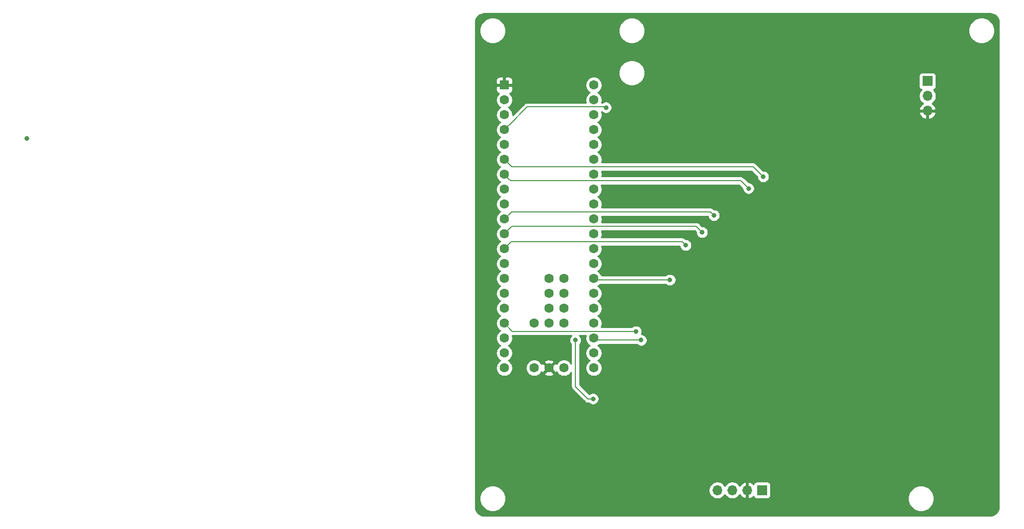
<source format=gbr>
G04 #@! TF.GenerationSoftware,KiCad,Pcbnew,(5.1.5)-3*
G04 #@! TF.CreationDate,2020-05-26T01:54:40-08:00*
G04 #@! TF.ProjectId,board,626f6172-642e-46b6-9963-61645f706362,rev?*
G04 #@! TF.SameCoordinates,Original*
G04 #@! TF.FileFunction,Copper,L2,Bot*
G04 #@! TF.FilePolarity,Positive*
%FSLAX46Y46*%
G04 Gerber Fmt 4.6, Leading zero omitted, Abs format (unit mm)*
G04 Created by KiCad (PCBNEW (5.1.5)-3) date 2020-05-26 01:54:40*
%MOMM*%
%LPD*%
G04 APERTURE LIST*
%ADD10C,1.600000*%
%ADD11R,1.600000X1.600000*%
%ADD12R,1.700000X1.700000*%
%ADD13O,1.700000X1.700000*%
%ADD14C,0.800000*%
%ADD15C,2.000000*%
%ADD16C,0.200000*%
%ADD17C,0.254000*%
G04 APERTURE END LIST*
D10*
X120180000Y-86390000D03*
X120180000Y-88930000D03*
X120180000Y-91470000D03*
X120180000Y-83850000D03*
X120180000Y-81310000D03*
X120180000Y-78770000D03*
X120180000Y-76230000D03*
X120180000Y-73690000D03*
X120180000Y-71150000D03*
X120180000Y-68610000D03*
D11*
X120180000Y-66070000D03*
D10*
X120180000Y-94010000D03*
X120180000Y-96550000D03*
X120180000Y-99090000D03*
X120180000Y-101630000D03*
X120180000Y-104170000D03*
X120180000Y-106710000D03*
X120180000Y-109250000D03*
X120180000Y-111790000D03*
X120180000Y-114330000D03*
X125260000Y-114330000D03*
X127800000Y-114330000D03*
X130340000Y-114330000D03*
X135420000Y-114330000D03*
X135420000Y-111790000D03*
X135420000Y-109250000D03*
X135420000Y-106710000D03*
X135420000Y-104170000D03*
X135420000Y-101630000D03*
X135420000Y-99090000D03*
X135420000Y-96550000D03*
X135420000Y-94010000D03*
X135420000Y-91470000D03*
X135420000Y-88930000D03*
X135420000Y-86390000D03*
X135420000Y-83850000D03*
X135420000Y-81310000D03*
X135420000Y-78770000D03*
X135420000Y-76230000D03*
X135420000Y-73690000D03*
X135420000Y-71150000D03*
X135420000Y-68610000D03*
X135420000Y-66070000D03*
X130340000Y-99090000D03*
X130340000Y-101630000D03*
X130340000Y-104170000D03*
X130340000Y-106710000D03*
X127800000Y-99090000D03*
X127800000Y-101630000D03*
X127800000Y-104170000D03*
X127800000Y-106710000D03*
X125260000Y-106710000D03*
D12*
X192300000Y-65400000D03*
D13*
X192300000Y-67940000D03*
X192300000Y-70480000D03*
D12*
X164100000Y-135200000D03*
D13*
X161560000Y-135200000D03*
X159020000Y-135200000D03*
X156480000Y-135200000D03*
D14*
X38800000Y-75200000D03*
D15*
X125000000Y-119300000D03*
X128300000Y-119300000D03*
X131000000Y-119200000D03*
X133800000Y-127500000D03*
X136500000Y-127400000D03*
X139000000Y-127300000D03*
D14*
X137500000Y-69900000D03*
X148400000Y-99300000D03*
X143500000Y-109600000D03*
X164300000Y-81700000D03*
X155900000Y-88300000D03*
X151100000Y-93400000D03*
X161800000Y-83700000D03*
X153900000Y-91200000D03*
X142600000Y-108100000D03*
X135300000Y-119600000D03*
X132300000Y-109600000D03*
D16*
X120979999Y-72890001D02*
X121009999Y-72890001D01*
X120180000Y-73690000D02*
X120979999Y-72890001D01*
X121009999Y-72890001D02*
X124100000Y-69800000D01*
X124100000Y-69800000D02*
X137400000Y-69800000D01*
X137400000Y-69800000D02*
X137500000Y-69900000D01*
X135630000Y-99300000D02*
X135420000Y-99090000D01*
X148400000Y-99300000D02*
X135630000Y-99300000D01*
X135770000Y-109600000D02*
X135420000Y-109250000D01*
X143500000Y-109600000D02*
X135770000Y-109600000D01*
X164300000Y-81700000D02*
X162600000Y-80000000D01*
X121410000Y-80000000D02*
X120180000Y-78770000D01*
X162600000Y-80000000D02*
X121410000Y-80000000D01*
X155900000Y-88300000D02*
X155300000Y-87700000D01*
X121410000Y-87700000D02*
X120180000Y-88930000D01*
X155300000Y-87700000D02*
X121410000Y-87700000D01*
X151100000Y-93400000D02*
X150500000Y-92800000D01*
X121390000Y-92800000D02*
X120180000Y-94010000D01*
X150500000Y-92800000D02*
X121390000Y-92800000D01*
X120979999Y-82109999D02*
X120180000Y-81310000D01*
X121250001Y-82380001D02*
X120979999Y-82109999D01*
X160480001Y-82380001D02*
X121250001Y-82380001D01*
X161800000Y-83700000D02*
X160480001Y-82380001D01*
X121450000Y-90200000D02*
X120180000Y-91470000D01*
X153900000Y-91200000D02*
X152900000Y-90200000D01*
X152900000Y-90200000D02*
X121450000Y-90200000D01*
X121570000Y-108100000D02*
X120180000Y-106710000D01*
X142600000Y-108100000D02*
X121570000Y-108100000D01*
X132300000Y-117475000D02*
X132300000Y-109600000D01*
X135300000Y-119600000D02*
X134425000Y-119600000D01*
X134425000Y-119600000D02*
X132300000Y-117475000D01*
D17*
G36*
X203198505Y-53892434D02*
G01*
X203485641Y-53979125D01*
X203750472Y-54119938D01*
X203982906Y-54309507D01*
X204174095Y-54540615D01*
X204316750Y-54804451D01*
X204405445Y-55090977D01*
X204440000Y-55419748D01*
X204440001Y-137967711D01*
X204407566Y-138298505D01*
X204320875Y-138585641D01*
X204180060Y-138850475D01*
X203990494Y-139082906D01*
X203759384Y-139274096D01*
X203495550Y-139416750D01*
X203209023Y-139505445D01*
X202880252Y-139540000D01*
X116832279Y-139540000D01*
X116501495Y-139507566D01*
X116214359Y-139420875D01*
X115949525Y-139280060D01*
X115717094Y-139090494D01*
X115525904Y-138859384D01*
X115383250Y-138595550D01*
X115294555Y-138309023D01*
X115260000Y-137980252D01*
X115260000Y-136379872D01*
X115965000Y-136379872D01*
X115965000Y-136820128D01*
X116050890Y-137251925D01*
X116219369Y-137658669D01*
X116463962Y-138024729D01*
X116775271Y-138336038D01*
X117141331Y-138580631D01*
X117548075Y-138749110D01*
X117979872Y-138835000D01*
X118420128Y-138835000D01*
X118851925Y-138749110D01*
X119258669Y-138580631D01*
X119624729Y-138336038D01*
X119936038Y-138024729D01*
X120180631Y-137658669D01*
X120349110Y-137251925D01*
X120435000Y-136820128D01*
X120435000Y-136379872D01*
X120349110Y-135948075D01*
X120180631Y-135541331D01*
X119936038Y-135175271D01*
X119814507Y-135053740D01*
X154995000Y-135053740D01*
X154995000Y-135346260D01*
X155052068Y-135633158D01*
X155164010Y-135903411D01*
X155326525Y-136146632D01*
X155533368Y-136353475D01*
X155776589Y-136515990D01*
X156046842Y-136627932D01*
X156333740Y-136685000D01*
X156626260Y-136685000D01*
X156913158Y-136627932D01*
X157183411Y-136515990D01*
X157426632Y-136353475D01*
X157633475Y-136146632D01*
X157750000Y-135972240D01*
X157866525Y-136146632D01*
X158073368Y-136353475D01*
X158316589Y-136515990D01*
X158586842Y-136627932D01*
X158873740Y-136685000D01*
X159166260Y-136685000D01*
X159453158Y-136627932D01*
X159723411Y-136515990D01*
X159966632Y-136353475D01*
X160173475Y-136146632D01*
X160295195Y-135964466D01*
X160364822Y-136081355D01*
X160559731Y-136297588D01*
X160793080Y-136471641D01*
X161055901Y-136596825D01*
X161203110Y-136641476D01*
X161433000Y-136520155D01*
X161433000Y-135327000D01*
X161413000Y-135327000D01*
X161413000Y-135073000D01*
X161433000Y-135073000D01*
X161433000Y-133879845D01*
X161687000Y-133879845D01*
X161687000Y-135073000D01*
X161707000Y-135073000D01*
X161707000Y-135327000D01*
X161687000Y-135327000D01*
X161687000Y-136520155D01*
X161916890Y-136641476D01*
X162064099Y-136596825D01*
X162326920Y-136471641D01*
X162560269Y-136297588D01*
X162636034Y-136213534D01*
X162660498Y-136294180D01*
X162719463Y-136404494D01*
X162798815Y-136501185D01*
X162895506Y-136580537D01*
X163005820Y-136639502D01*
X163125518Y-136675812D01*
X163250000Y-136688072D01*
X164950000Y-136688072D01*
X165074482Y-136675812D01*
X165194180Y-136639502D01*
X165304494Y-136580537D01*
X165401185Y-136501185D01*
X165480537Y-136404494D01*
X165493697Y-136379872D01*
X188965000Y-136379872D01*
X188965000Y-136820128D01*
X189050890Y-137251925D01*
X189219369Y-137658669D01*
X189463962Y-138024729D01*
X189775271Y-138336038D01*
X190141331Y-138580631D01*
X190548075Y-138749110D01*
X190979872Y-138835000D01*
X191420128Y-138835000D01*
X191851925Y-138749110D01*
X192258669Y-138580631D01*
X192624729Y-138336038D01*
X192936038Y-138024729D01*
X193180631Y-137658669D01*
X193349110Y-137251925D01*
X193435000Y-136820128D01*
X193435000Y-136379872D01*
X193349110Y-135948075D01*
X193180631Y-135541331D01*
X192936038Y-135175271D01*
X192624729Y-134863962D01*
X192258669Y-134619369D01*
X191851925Y-134450890D01*
X191420128Y-134365000D01*
X190979872Y-134365000D01*
X190548075Y-134450890D01*
X190141331Y-134619369D01*
X189775271Y-134863962D01*
X189463962Y-135175271D01*
X189219369Y-135541331D01*
X189050890Y-135948075D01*
X188965000Y-136379872D01*
X165493697Y-136379872D01*
X165539502Y-136294180D01*
X165575812Y-136174482D01*
X165588072Y-136050000D01*
X165588072Y-134350000D01*
X165575812Y-134225518D01*
X165539502Y-134105820D01*
X165480537Y-133995506D01*
X165401185Y-133898815D01*
X165304494Y-133819463D01*
X165194180Y-133760498D01*
X165074482Y-133724188D01*
X164950000Y-133711928D01*
X163250000Y-133711928D01*
X163125518Y-133724188D01*
X163005820Y-133760498D01*
X162895506Y-133819463D01*
X162798815Y-133898815D01*
X162719463Y-133995506D01*
X162660498Y-134105820D01*
X162636034Y-134186466D01*
X162560269Y-134102412D01*
X162326920Y-133928359D01*
X162064099Y-133803175D01*
X161916890Y-133758524D01*
X161687000Y-133879845D01*
X161433000Y-133879845D01*
X161203110Y-133758524D01*
X161055901Y-133803175D01*
X160793080Y-133928359D01*
X160559731Y-134102412D01*
X160364822Y-134318645D01*
X160295195Y-134435534D01*
X160173475Y-134253368D01*
X159966632Y-134046525D01*
X159723411Y-133884010D01*
X159453158Y-133772068D01*
X159166260Y-133715000D01*
X158873740Y-133715000D01*
X158586842Y-133772068D01*
X158316589Y-133884010D01*
X158073368Y-134046525D01*
X157866525Y-134253368D01*
X157750000Y-134427760D01*
X157633475Y-134253368D01*
X157426632Y-134046525D01*
X157183411Y-133884010D01*
X156913158Y-133772068D01*
X156626260Y-133715000D01*
X156333740Y-133715000D01*
X156046842Y-133772068D01*
X155776589Y-133884010D01*
X155533368Y-134046525D01*
X155326525Y-134253368D01*
X155164010Y-134496589D01*
X155052068Y-134766842D01*
X154995000Y-135053740D01*
X119814507Y-135053740D01*
X119624729Y-134863962D01*
X119258669Y-134619369D01*
X118851925Y-134450890D01*
X118420128Y-134365000D01*
X117979872Y-134365000D01*
X117548075Y-134450890D01*
X117141331Y-134619369D01*
X116775271Y-134863962D01*
X116463962Y-135175271D01*
X116219369Y-135541331D01*
X116050890Y-135948075D01*
X115965000Y-136379872D01*
X115260000Y-136379872D01*
X115260000Y-66870000D01*
X118741928Y-66870000D01*
X118754188Y-66994482D01*
X118790498Y-67114180D01*
X118849463Y-67224494D01*
X118928815Y-67321185D01*
X119025506Y-67400537D01*
X119135820Y-67459502D01*
X119255518Y-67495812D01*
X119263961Y-67496643D01*
X119065363Y-67695241D01*
X118908320Y-67930273D01*
X118800147Y-68191426D01*
X118745000Y-68468665D01*
X118745000Y-68751335D01*
X118800147Y-69028574D01*
X118908320Y-69289727D01*
X119065363Y-69524759D01*
X119265241Y-69724637D01*
X119497759Y-69880000D01*
X119265241Y-70035363D01*
X119065363Y-70235241D01*
X118908320Y-70470273D01*
X118800147Y-70731426D01*
X118745000Y-71008665D01*
X118745000Y-71291335D01*
X118800147Y-71568574D01*
X118908320Y-71829727D01*
X119065363Y-72064759D01*
X119265241Y-72264637D01*
X119497759Y-72420000D01*
X119265241Y-72575363D01*
X119065363Y-72775241D01*
X118908320Y-73010273D01*
X118800147Y-73271426D01*
X118745000Y-73548665D01*
X118745000Y-73831335D01*
X118800147Y-74108574D01*
X118908320Y-74369727D01*
X119065363Y-74604759D01*
X119265241Y-74804637D01*
X119497759Y-74960000D01*
X119265241Y-75115363D01*
X119065363Y-75315241D01*
X118908320Y-75550273D01*
X118800147Y-75811426D01*
X118745000Y-76088665D01*
X118745000Y-76371335D01*
X118800147Y-76648574D01*
X118908320Y-76909727D01*
X119065363Y-77144759D01*
X119265241Y-77344637D01*
X119497759Y-77500000D01*
X119265241Y-77655363D01*
X119065363Y-77855241D01*
X118908320Y-78090273D01*
X118800147Y-78351426D01*
X118745000Y-78628665D01*
X118745000Y-78911335D01*
X118800147Y-79188574D01*
X118908320Y-79449727D01*
X119065363Y-79684759D01*
X119265241Y-79884637D01*
X119497759Y-80040000D01*
X119265241Y-80195363D01*
X119065363Y-80395241D01*
X118908320Y-80630273D01*
X118800147Y-80891426D01*
X118745000Y-81168665D01*
X118745000Y-81451335D01*
X118800147Y-81728574D01*
X118908320Y-81989727D01*
X119065363Y-82224759D01*
X119265241Y-82424637D01*
X119497759Y-82580000D01*
X119265241Y-82735363D01*
X119065363Y-82935241D01*
X118908320Y-83170273D01*
X118800147Y-83431426D01*
X118745000Y-83708665D01*
X118745000Y-83991335D01*
X118800147Y-84268574D01*
X118908320Y-84529727D01*
X119065363Y-84764759D01*
X119265241Y-84964637D01*
X119497759Y-85120000D01*
X119265241Y-85275363D01*
X119065363Y-85475241D01*
X118908320Y-85710273D01*
X118800147Y-85971426D01*
X118745000Y-86248665D01*
X118745000Y-86531335D01*
X118800147Y-86808574D01*
X118908320Y-87069727D01*
X119065363Y-87304759D01*
X119265241Y-87504637D01*
X119497759Y-87660000D01*
X119265241Y-87815363D01*
X119065363Y-88015241D01*
X118908320Y-88250273D01*
X118800147Y-88511426D01*
X118745000Y-88788665D01*
X118745000Y-89071335D01*
X118800147Y-89348574D01*
X118908320Y-89609727D01*
X119065363Y-89844759D01*
X119265241Y-90044637D01*
X119497759Y-90200000D01*
X119265241Y-90355363D01*
X119065363Y-90555241D01*
X118908320Y-90790273D01*
X118800147Y-91051426D01*
X118745000Y-91328665D01*
X118745000Y-91611335D01*
X118800147Y-91888574D01*
X118908320Y-92149727D01*
X119065363Y-92384759D01*
X119265241Y-92584637D01*
X119497759Y-92740000D01*
X119265241Y-92895363D01*
X119065363Y-93095241D01*
X118908320Y-93330273D01*
X118800147Y-93591426D01*
X118745000Y-93868665D01*
X118745000Y-94151335D01*
X118800147Y-94428574D01*
X118908320Y-94689727D01*
X119065363Y-94924759D01*
X119265241Y-95124637D01*
X119497759Y-95280000D01*
X119265241Y-95435363D01*
X119065363Y-95635241D01*
X118908320Y-95870273D01*
X118800147Y-96131426D01*
X118745000Y-96408665D01*
X118745000Y-96691335D01*
X118800147Y-96968574D01*
X118908320Y-97229727D01*
X119065363Y-97464759D01*
X119265241Y-97664637D01*
X119497759Y-97820000D01*
X119265241Y-97975363D01*
X119065363Y-98175241D01*
X118908320Y-98410273D01*
X118800147Y-98671426D01*
X118745000Y-98948665D01*
X118745000Y-99231335D01*
X118800147Y-99508574D01*
X118908320Y-99769727D01*
X119065363Y-100004759D01*
X119265241Y-100204637D01*
X119497759Y-100360000D01*
X119265241Y-100515363D01*
X119065363Y-100715241D01*
X118908320Y-100950273D01*
X118800147Y-101211426D01*
X118745000Y-101488665D01*
X118745000Y-101771335D01*
X118800147Y-102048574D01*
X118908320Y-102309727D01*
X119065363Y-102544759D01*
X119265241Y-102744637D01*
X119497759Y-102900000D01*
X119265241Y-103055363D01*
X119065363Y-103255241D01*
X118908320Y-103490273D01*
X118800147Y-103751426D01*
X118745000Y-104028665D01*
X118745000Y-104311335D01*
X118800147Y-104588574D01*
X118908320Y-104849727D01*
X119065363Y-105084759D01*
X119265241Y-105284637D01*
X119497759Y-105440000D01*
X119265241Y-105595363D01*
X119065363Y-105795241D01*
X118908320Y-106030273D01*
X118800147Y-106291426D01*
X118745000Y-106568665D01*
X118745000Y-106851335D01*
X118800147Y-107128574D01*
X118908320Y-107389727D01*
X119065363Y-107624759D01*
X119265241Y-107824637D01*
X119497759Y-107980000D01*
X119265241Y-108135363D01*
X119065363Y-108335241D01*
X118908320Y-108570273D01*
X118800147Y-108831426D01*
X118745000Y-109108665D01*
X118745000Y-109391335D01*
X118800147Y-109668574D01*
X118908320Y-109929727D01*
X119065363Y-110164759D01*
X119265241Y-110364637D01*
X119497759Y-110520000D01*
X119265241Y-110675363D01*
X119065363Y-110875241D01*
X118908320Y-111110273D01*
X118800147Y-111371426D01*
X118745000Y-111648665D01*
X118745000Y-111931335D01*
X118800147Y-112208574D01*
X118908320Y-112469727D01*
X119065363Y-112704759D01*
X119265241Y-112904637D01*
X119497759Y-113060000D01*
X119265241Y-113215363D01*
X119065363Y-113415241D01*
X118908320Y-113650273D01*
X118800147Y-113911426D01*
X118745000Y-114188665D01*
X118745000Y-114471335D01*
X118800147Y-114748574D01*
X118908320Y-115009727D01*
X119065363Y-115244759D01*
X119265241Y-115444637D01*
X119500273Y-115601680D01*
X119761426Y-115709853D01*
X120038665Y-115765000D01*
X120321335Y-115765000D01*
X120598574Y-115709853D01*
X120859727Y-115601680D01*
X121094759Y-115444637D01*
X121294637Y-115244759D01*
X121451680Y-115009727D01*
X121559853Y-114748574D01*
X121615000Y-114471335D01*
X121615000Y-114188665D01*
X123825000Y-114188665D01*
X123825000Y-114471335D01*
X123880147Y-114748574D01*
X123988320Y-115009727D01*
X124145363Y-115244759D01*
X124345241Y-115444637D01*
X124580273Y-115601680D01*
X124841426Y-115709853D01*
X125118665Y-115765000D01*
X125401335Y-115765000D01*
X125678574Y-115709853D01*
X125939727Y-115601680D01*
X126174759Y-115444637D01*
X126296694Y-115322702D01*
X126986903Y-115322702D01*
X127058486Y-115566671D01*
X127313996Y-115687571D01*
X127588184Y-115756300D01*
X127870512Y-115770217D01*
X128150130Y-115728787D01*
X128416292Y-115633603D01*
X128541514Y-115566671D01*
X128613097Y-115322702D01*
X127800000Y-114509605D01*
X126986903Y-115322702D01*
X126296694Y-115322702D01*
X126374637Y-115244759D01*
X126530915Y-115010872D01*
X126563329Y-115071514D01*
X126807298Y-115143097D01*
X127620395Y-114330000D01*
X126807298Y-113516903D01*
X126563329Y-113588486D01*
X126532806Y-113652992D01*
X126531680Y-113650273D01*
X126374637Y-113415241D01*
X126296694Y-113337298D01*
X126986903Y-113337298D01*
X127800000Y-114150395D01*
X128613097Y-113337298D01*
X128541514Y-113093329D01*
X128286004Y-112972429D01*
X128011816Y-112903700D01*
X127729488Y-112889783D01*
X127449870Y-112931213D01*
X127183708Y-113026397D01*
X127058486Y-113093329D01*
X126986903Y-113337298D01*
X126296694Y-113337298D01*
X126174759Y-113215363D01*
X125939727Y-113058320D01*
X125678574Y-112950147D01*
X125401335Y-112895000D01*
X125118665Y-112895000D01*
X124841426Y-112950147D01*
X124580273Y-113058320D01*
X124345241Y-113215363D01*
X124145363Y-113415241D01*
X123988320Y-113650273D01*
X123880147Y-113911426D01*
X123825000Y-114188665D01*
X121615000Y-114188665D01*
X121559853Y-113911426D01*
X121451680Y-113650273D01*
X121294637Y-113415241D01*
X121094759Y-113215363D01*
X120862241Y-113060000D01*
X121094759Y-112904637D01*
X121294637Y-112704759D01*
X121451680Y-112469727D01*
X121559853Y-112208574D01*
X121615000Y-111931335D01*
X121615000Y-111648665D01*
X121559853Y-111371426D01*
X121451680Y-111110273D01*
X121294637Y-110875241D01*
X121094759Y-110675363D01*
X120862241Y-110520000D01*
X121094759Y-110364637D01*
X121294637Y-110164759D01*
X121451680Y-109929727D01*
X121559853Y-109668574D01*
X121615000Y-109391335D01*
X121615000Y-109108665D01*
X121561097Y-108837679D01*
X121570000Y-108838556D01*
X121606105Y-108835000D01*
X131601289Y-108835000D01*
X131496063Y-108940226D01*
X131382795Y-109109744D01*
X131304774Y-109298102D01*
X131265000Y-109498061D01*
X131265000Y-109701939D01*
X131304774Y-109901898D01*
X131382795Y-110090256D01*
X131496063Y-110259774D01*
X131565001Y-110328712D01*
X131565000Y-113580412D01*
X131454637Y-113415241D01*
X131254759Y-113215363D01*
X131019727Y-113058320D01*
X130758574Y-112950147D01*
X130481335Y-112895000D01*
X130198665Y-112895000D01*
X129921426Y-112950147D01*
X129660273Y-113058320D01*
X129425241Y-113215363D01*
X129225363Y-113415241D01*
X129069085Y-113649128D01*
X129036671Y-113588486D01*
X128792702Y-113516903D01*
X127979605Y-114330000D01*
X128792702Y-115143097D01*
X129036671Y-115071514D01*
X129067194Y-115007008D01*
X129068320Y-115009727D01*
X129225363Y-115244759D01*
X129425241Y-115444637D01*
X129660273Y-115601680D01*
X129921426Y-115709853D01*
X130198665Y-115765000D01*
X130481335Y-115765000D01*
X130758574Y-115709853D01*
X131019727Y-115601680D01*
X131254759Y-115444637D01*
X131454637Y-115244759D01*
X131565000Y-115079588D01*
X131565000Y-117438895D01*
X131561444Y-117475000D01*
X131565000Y-117511104D01*
X131575635Y-117619084D01*
X131617663Y-117757632D01*
X131685913Y-117885319D01*
X131777762Y-117997237D01*
X131805808Y-118020254D01*
X133879746Y-120094193D01*
X133902762Y-120122238D01*
X134014680Y-120214087D01*
X134142367Y-120282337D01*
X134280915Y-120324365D01*
X134425000Y-120338556D01*
X134461105Y-120335000D01*
X134571289Y-120335000D01*
X134640226Y-120403937D01*
X134809744Y-120517205D01*
X134998102Y-120595226D01*
X135198061Y-120635000D01*
X135401939Y-120635000D01*
X135601898Y-120595226D01*
X135790256Y-120517205D01*
X135959774Y-120403937D01*
X136103937Y-120259774D01*
X136217205Y-120090256D01*
X136295226Y-119901898D01*
X136335000Y-119701939D01*
X136335000Y-119498061D01*
X136295226Y-119298102D01*
X136217205Y-119109744D01*
X136103937Y-118940226D01*
X135959774Y-118796063D01*
X135790256Y-118682795D01*
X135601898Y-118604774D01*
X135401939Y-118565000D01*
X135198061Y-118565000D01*
X134998102Y-118604774D01*
X134809744Y-118682795D01*
X134652385Y-118787938D01*
X133035000Y-117170554D01*
X133035000Y-110328711D01*
X133103937Y-110259774D01*
X133217205Y-110090256D01*
X133295226Y-109901898D01*
X133335000Y-109701939D01*
X133335000Y-109498061D01*
X133295226Y-109298102D01*
X133217205Y-109109744D01*
X133103937Y-108940226D01*
X132998711Y-108835000D01*
X134039436Y-108835000D01*
X133985000Y-109108665D01*
X133985000Y-109391335D01*
X134040147Y-109668574D01*
X134148320Y-109929727D01*
X134305363Y-110164759D01*
X134505241Y-110364637D01*
X134737759Y-110520000D01*
X134505241Y-110675363D01*
X134305363Y-110875241D01*
X134148320Y-111110273D01*
X134040147Y-111371426D01*
X133985000Y-111648665D01*
X133985000Y-111931335D01*
X134040147Y-112208574D01*
X134148320Y-112469727D01*
X134305363Y-112704759D01*
X134505241Y-112904637D01*
X134737759Y-113060000D01*
X134505241Y-113215363D01*
X134305363Y-113415241D01*
X134148320Y-113650273D01*
X134040147Y-113911426D01*
X133985000Y-114188665D01*
X133985000Y-114471335D01*
X134040147Y-114748574D01*
X134148320Y-115009727D01*
X134305363Y-115244759D01*
X134505241Y-115444637D01*
X134740273Y-115601680D01*
X135001426Y-115709853D01*
X135278665Y-115765000D01*
X135561335Y-115765000D01*
X135838574Y-115709853D01*
X136099727Y-115601680D01*
X136334759Y-115444637D01*
X136534637Y-115244759D01*
X136691680Y-115009727D01*
X136799853Y-114748574D01*
X136855000Y-114471335D01*
X136855000Y-114188665D01*
X136799853Y-113911426D01*
X136691680Y-113650273D01*
X136534637Y-113415241D01*
X136334759Y-113215363D01*
X136102241Y-113060000D01*
X136334759Y-112904637D01*
X136534637Y-112704759D01*
X136691680Y-112469727D01*
X136799853Y-112208574D01*
X136855000Y-111931335D01*
X136855000Y-111648665D01*
X136799853Y-111371426D01*
X136691680Y-111110273D01*
X136534637Y-110875241D01*
X136334759Y-110675363D01*
X136102241Y-110520000D01*
X136334759Y-110364637D01*
X136364396Y-110335000D01*
X142771289Y-110335000D01*
X142840226Y-110403937D01*
X143009744Y-110517205D01*
X143198102Y-110595226D01*
X143398061Y-110635000D01*
X143601939Y-110635000D01*
X143801898Y-110595226D01*
X143990256Y-110517205D01*
X144159774Y-110403937D01*
X144303937Y-110259774D01*
X144417205Y-110090256D01*
X144495226Y-109901898D01*
X144535000Y-109701939D01*
X144535000Y-109498061D01*
X144495226Y-109298102D01*
X144417205Y-109109744D01*
X144303937Y-108940226D01*
X144159774Y-108796063D01*
X143990256Y-108682795D01*
X143801898Y-108604774D01*
X143601939Y-108565000D01*
X143527666Y-108565000D01*
X143595226Y-108401898D01*
X143635000Y-108201939D01*
X143635000Y-107998061D01*
X143595226Y-107798102D01*
X143517205Y-107609744D01*
X143403937Y-107440226D01*
X143259774Y-107296063D01*
X143090256Y-107182795D01*
X142901898Y-107104774D01*
X142701939Y-107065000D01*
X142498061Y-107065000D01*
X142298102Y-107104774D01*
X142109744Y-107182795D01*
X141940226Y-107296063D01*
X141871289Y-107365000D01*
X136701922Y-107365000D01*
X136799853Y-107128574D01*
X136855000Y-106851335D01*
X136855000Y-106568665D01*
X136799853Y-106291426D01*
X136691680Y-106030273D01*
X136534637Y-105795241D01*
X136334759Y-105595363D01*
X136102241Y-105440000D01*
X136334759Y-105284637D01*
X136534637Y-105084759D01*
X136691680Y-104849727D01*
X136799853Y-104588574D01*
X136855000Y-104311335D01*
X136855000Y-104028665D01*
X136799853Y-103751426D01*
X136691680Y-103490273D01*
X136534637Y-103255241D01*
X136334759Y-103055363D01*
X136102241Y-102900000D01*
X136334759Y-102744637D01*
X136534637Y-102544759D01*
X136691680Y-102309727D01*
X136799853Y-102048574D01*
X136855000Y-101771335D01*
X136855000Y-101488665D01*
X136799853Y-101211426D01*
X136691680Y-100950273D01*
X136534637Y-100715241D01*
X136334759Y-100515363D01*
X136102241Y-100360000D01*
X136334759Y-100204637D01*
X136504396Y-100035000D01*
X147671289Y-100035000D01*
X147740226Y-100103937D01*
X147909744Y-100217205D01*
X148098102Y-100295226D01*
X148298061Y-100335000D01*
X148501939Y-100335000D01*
X148701898Y-100295226D01*
X148890256Y-100217205D01*
X149059774Y-100103937D01*
X149203937Y-99959774D01*
X149317205Y-99790256D01*
X149395226Y-99601898D01*
X149435000Y-99401939D01*
X149435000Y-99198061D01*
X149395226Y-98998102D01*
X149317205Y-98809744D01*
X149203937Y-98640226D01*
X149059774Y-98496063D01*
X148890256Y-98382795D01*
X148701898Y-98304774D01*
X148501939Y-98265000D01*
X148298061Y-98265000D01*
X148098102Y-98304774D01*
X147909744Y-98382795D01*
X147740226Y-98496063D01*
X147671289Y-98565000D01*
X136755770Y-98565000D01*
X136691680Y-98410273D01*
X136534637Y-98175241D01*
X136334759Y-97975363D01*
X136102241Y-97820000D01*
X136334759Y-97664637D01*
X136534637Y-97464759D01*
X136691680Y-97229727D01*
X136799853Y-96968574D01*
X136855000Y-96691335D01*
X136855000Y-96408665D01*
X136799853Y-96131426D01*
X136691680Y-95870273D01*
X136534637Y-95635241D01*
X136334759Y-95435363D01*
X136102241Y-95280000D01*
X136334759Y-95124637D01*
X136534637Y-94924759D01*
X136691680Y-94689727D01*
X136799853Y-94428574D01*
X136855000Y-94151335D01*
X136855000Y-93868665D01*
X136799853Y-93591426D01*
X136776481Y-93535000D01*
X150071576Y-93535000D01*
X150104774Y-93701898D01*
X150182795Y-93890256D01*
X150296063Y-94059774D01*
X150440226Y-94203937D01*
X150609744Y-94317205D01*
X150798102Y-94395226D01*
X150998061Y-94435000D01*
X151201939Y-94435000D01*
X151401898Y-94395226D01*
X151590256Y-94317205D01*
X151759774Y-94203937D01*
X151903937Y-94059774D01*
X152017205Y-93890256D01*
X152095226Y-93701898D01*
X152135000Y-93501939D01*
X152135000Y-93298061D01*
X152095226Y-93098102D01*
X152017205Y-92909744D01*
X151903937Y-92740226D01*
X151759774Y-92596063D01*
X151590256Y-92482795D01*
X151401898Y-92404774D01*
X151201939Y-92365000D01*
X151104446Y-92365000D01*
X151045258Y-92305812D01*
X151022238Y-92277762D01*
X150910320Y-92185913D01*
X150782633Y-92117663D01*
X150644085Y-92075635D01*
X150536105Y-92065000D01*
X150500000Y-92061444D01*
X150463895Y-92065000D01*
X136725997Y-92065000D01*
X136777571Y-91956004D01*
X136846300Y-91681816D01*
X136860217Y-91399488D01*
X136818787Y-91119870D01*
X136752674Y-90935000D01*
X152595554Y-90935000D01*
X152865000Y-91204446D01*
X152865000Y-91301939D01*
X152904774Y-91501898D01*
X152982795Y-91690256D01*
X153096063Y-91859774D01*
X153240226Y-92003937D01*
X153409744Y-92117205D01*
X153598102Y-92195226D01*
X153798061Y-92235000D01*
X154001939Y-92235000D01*
X154201898Y-92195226D01*
X154390256Y-92117205D01*
X154559774Y-92003937D01*
X154703937Y-91859774D01*
X154817205Y-91690256D01*
X154895226Y-91501898D01*
X154935000Y-91301939D01*
X154935000Y-91098061D01*
X154895226Y-90898102D01*
X154817205Y-90709744D01*
X154703937Y-90540226D01*
X154559774Y-90396063D01*
X154390256Y-90282795D01*
X154201898Y-90204774D01*
X154001939Y-90165000D01*
X153904446Y-90165000D01*
X153445258Y-89705812D01*
X153422238Y-89677762D01*
X153310320Y-89585913D01*
X153182633Y-89517663D01*
X153044085Y-89475635D01*
X152936105Y-89465000D01*
X152900000Y-89461444D01*
X152863895Y-89465000D01*
X136751628Y-89465000D01*
X136799853Y-89348574D01*
X136855000Y-89071335D01*
X136855000Y-88788665D01*
X136799853Y-88511426D01*
X136768196Y-88435000D01*
X154871576Y-88435000D01*
X154904774Y-88601898D01*
X154982795Y-88790256D01*
X155096063Y-88959774D01*
X155240226Y-89103937D01*
X155409744Y-89217205D01*
X155598102Y-89295226D01*
X155798061Y-89335000D01*
X156001939Y-89335000D01*
X156201898Y-89295226D01*
X156390256Y-89217205D01*
X156559774Y-89103937D01*
X156703937Y-88959774D01*
X156817205Y-88790256D01*
X156895226Y-88601898D01*
X156935000Y-88401939D01*
X156935000Y-88198061D01*
X156895226Y-87998102D01*
X156817205Y-87809744D01*
X156703937Y-87640226D01*
X156559774Y-87496063D01*
X156390256Y-87382795D01*
X156201898Y-87304774D01*
X156001939Y-87265000D01*
X155904446Y-87265000D01*
X155845258Y-87205812D01*
X155822238Y-87177762D01*
X155710320Y-87085913D01*
X155582633Y-87017663D01*
X155444085Y-86975635D01*
X155336105Y-86965000D01*
X155300000Y-86961444D01*
X155263895Y-86965000D01*
X136735059Y-86965000D01*
X136799853Y-86808574D01*
X136855000Y-86531335D01*
X136855000Y-86248665D01*
X136799853Y-85971426D01*
X136691680Y-85710273D01*
X136534637Y-85475241D01*
X136334759Y-85275363D01*
X136102241Y-85120000D01*
X136334759Y-84964637D01*
X136534637Y-84764759D01*
X136691680Y-84529727D01*
X136799853Y-84268574D01*
X136855000Y-83991335D01*
X136855000Y-83708665D01*
X136799853Y-83431426D01*
X136691680Y-83170273D01*
X136654749Y-83115001D01*
X160175555Y-83115001D01*
X160765000Y-83704447D01*
X160765000Y-83801939D01*
X160804774Y-84001898D01*
X160882795Y-84190256D01*
X160996063Y-84359774D01*
X161140226Y-84503937D01*
X161309744Y-84617205D01*
X161498102Y-84695226D01*
X161698061Y-84735000D01*
X161901939Y-84735000D01*
X162101898Y-84695226D01*
X162290256Y-84617205D01*
X162459774Y-84503937D01*
X162603937Y-84359774D01*
X162717205Y-84190256D01*
X162795226Y-84001898D01*
X162835000Y-83801939D01*
X162835000Y-83598061D01*
X162795226Y-83398102D01*
X162717205Y-83209744D01*
X162603937Y-83040226D01*
X162459774Y-82896063D01*
X162290256Y-82782795D01*
X162101898Y-82704774D01*
X161901939Y-82665000D01*
X161804447Y-82665000D01*
X161025259Y-81885813D01*
X161002239Y-81857763D01*
X160890321Y-81765914D01*
X160762634Y-81697664D01*
X160624086Y-81655636D01*
X160516106Y-81645001D01*
X160480001Y-81641445D01*
X160443896Y-81645001D01*
X136816477Y-81645001D01*
X136855000Y-81451335D01*
X136855000Y-81168665D01*
X136799853Y-80891426D01*
X136735059Y-80735000D01*
X162295554Y-80735000D01*
X163265000Y-81704447D01*
X163265000Y-81801939D01*
X163304774Y-82001898D01*
X163382795Y-82190256D01*
X163496063Y-82359774D01*
X163640226Y-82503937D01*
X163809744Y-82617205D01*
X163998102Y-82695226D01*
X164198061Y-82735000D01*
X164401939Y-82735000D01*
X164601898Y-82695226D01*
X164790256Y-82617205D01*
X164959774Y-82503937D01*
X165103937Y-82359774D01*
X165217205Y-82190256D01*
X165295226Y-82001898D01*
X165335000Y-81801939D01*
X165335000Y-81598061D01*
X165295226Y-81398102D01*
X165217205Y-81209744D01*
X165103937Y-81040226D01*
X164959774Y-80896063D01*
X164790256Y-80782795D01*
X164601898Y-80704774D01*
X164401939Y-80665000D01*
X164304447Y-80665000D01*
X163145258Y-79505812D01*
X163122238Y-79477762D01*
X163010320Y-79385913D01*
X162882633Y-79317663D01*
X162744085Y-79275635D01*
X162636105Y-79265000D01*
X162600000Y-79261444D01*
X162563895Y-79265000D01*
X136768196Y-79265000D01*
X136799853Y-79188574D01*
X136855000Y-78911335D01*
X136855000Y-78628665D01*
X136799853Y-78351426D01*
X136691680Y-78090273D01*
X136534637Y-77855241D01*
X136334759Y-77655363D01*
X136102241Y-77500000D01*
X136334759Y-77344637D01*
X136534637Y-77144759D01*
X136691680Y-76909727D01*
X136799853Y-76648574D01*
X136855000Y-76371335D01*
X136855000Y-76088665D01*
X136799853Y-75811426D01*
X136691680Y-75550273D01*
X136534637Y-75315241D01*
X136334759Y-75115363D01*
X136102241Y-74960000D01*
X136334759Y-74804637D01*
X136534637Y-74604759D01*
X136691680Y-74369727D01*
X136799853Y-74108574D01*
X136855000Y-73831335D01*
X136855000Y-73548665D01*
X136799853Y-73271426D01*
X136691680Y-73010273D01*
X136534637Y-72775241D01*
X136334759Y-72575363D01*
X136102241Y-72420000D01*
X136334759Y-72264637D01*
X136534637Y-72064759D01*
X136691680Y-71829727D01*
X136799853Y-71568574D01*
X136855000Y-71291335D01*
X136855000Y-71008665D01*
X136799853Y-70731426D01*
X136751867Y-70615578D01*
X136840226Y-70703937D01*
X137009744Y-70817205D01*
X137198102Y-70895226D01*
X137398061Y-70935000D01*
X137601939Y-70935000D01*
X137801898Y-70895226D01*
X137942732Y-70836890D01*
X190858524Y-70836890D01*
X190903175Y-70984099D01*
X191028359Y-71246920D01*
X191202412Y-71480269D01*
X191418645Y-71675178D01*
X191668748Y-71824157D01*
X191943109Y-71921481D01*
X192173000Y-71800814D01*
X192173000Y-70607000D01*
X192427000Y-70607000D01*
X192427000Y-71800814D01*
X192656891Y-71921481D01*
X192931252Y-71824157D01*
X193181355Y-71675178D01*
X193397588Y-71480269D01*
X193571641Y-71246920D01*
X193696825Y-70984099D01*
X193741476Y-70836890D01*
X193620155Y-70607000D01*
X192427000Y-70607000D01*
X192173000Y-70607000D01*
X190979845Y-70607000D01*
X190858524Y-70836890D01*
X137942732Y-70836890D01*
X137990256Y-70817205D01*
X138159774Y-70703937D01*
X138303937Y-70559774D01*
X138417205Y-70390256D01*
X138495226Y-70201898D01*
X138535000Y-70001939D01*
X138535000Y-69798061D01*
X138495226Y-69598102D01*
X138417205Y-69409744D01*
X138303937Y-69240226D01*
X138159774Y-69096063D01*
X137990256Y-68982795D01*
X137801898Y-68904774D01*
X137601939Y-68865000D01*
X137398061Y-68865000D01*
X137198102Y-68904774D01*
X137009744Y-68982795D01*
X136886715Y-69065000D01*
X136784765Y-69065000D01*
X136799853Y-69028574D01*
X136855000Y-68751335D01*
X136855000Y-68468665D01*
X136799853Y-68191426D01*
X136691680Y-67930273D01*
X136534637Y-67695241D01*
X136334759Y-67495363D01*
X136102241Y-67340000D01*
X136334759Y-67184637D01*
X136534637Y-66984759D01*
X136691680Y-66749727D01*
X136799853Y-66488574D01*
X136855000Y-66211335D01*
X136855000Y-65928665D01*
X136799853Y-65651426D01*
X136691680Y-65390273D01*
X136534637Y-65155241D01*
X136334759Y-64955363D01*
X136099727Y-64798320D01*
X135838574Y-64690147D01*
X135561335Y-64635000D01*
X135278665Y-64635000D01*
X135001426Y-64690147D01*
X134740273Y-64798320D01*
X134505241Y-64955363D01*
X134305363Y-65155241D01*
X134148320Y-65390273D01*
X134040147Y-65651426D01*
X133985000Y-65928665D01*
X133985000Y-66211335D01*
X134040147Y-66488574D01*
X134148320Y-66749727D01*
X134305363Y-66984759D01*
X134505241Y-67184637D01*
X134737759Y-67340000D01*
X134505241Y-67495363D01*
X134305363Y-67695241D01*
X134148320Y-67930273D01*
X134040147Y-68191426D01*
X133985000Y-68468665D01*
X133985000Y-68751335D01*
X134040147Y-69028574D01*
X134055235Y-69065000D01*
X124136094Y-69065000D01*
X124099999Y-69061445D01*
X124063904Y-69065000D01*
X124063895Y-69065000D01*
X123955915Y-69075635D01*
X123817367Y-69117663D01*
X123689680Y-69185913D01*
X123577762Y-69277762D01*
X123554746Y-69305807D01*
X121615000Y-71245554D01*
X121615000Y-71008665D01*
X121559853Y-70731426D01*
X121451680Y-70470273D01*
X121294637Y-70235241D01*
X121094759Y-70035363D01*
X120862241Y-69880000D01*
X121094759Y-69724637D01*
X121294637Y-69524759D01*
X121451680Y-69289727D01*
X121559853Y-69028574D01*
X121615000Y-68751335D01*
X121615000Y-68468665D01*
X121559853Y-68191426D01*
X121451680Y-67930273D01*
X121294637Y-67695241D01*
X121096039Y-67496643D01*
X121104482Y-67495812D01*
X121224180Y-67459502D01*
X121334494Y-67400537D01*
X121431185Y-67321185D01*
X121510537Y-67224494D01*
X121569502Y-67114180D01*
X121605812Y-66994482D01*
X121618072Y-66870000D01*
X121615000Y-66355750D01*
X121456250Y-66197000D01*
X120307000Y-66197000D01*
X120307000Y-66217000D01*
X120053000Y-66217000D01*
X120053000Y-66197000D01*
X118903750Y-66197000D01*
X118745000Y-66355750D01*
X118741928Y-66870000D01*
X115260000Y-66870000D01*
X115260000Y-65270000D01*
X118741928Y-65270000D01*
X118745000Y-65784250D01*
X118903750Y-65943000D01*
X120053000Y-65943000D01*
X120053000Y-64793750D01*
X120307000Y-64793750D01*
X120307000Y-65943000D01*
X121456250Y-65943000D01*
X121615000Y-65784250D01*
X121618072Y-65270000D01*
X121605812Y-65145518D01*
X121569502Y-65025820D01*
X121510537Y-64915506D01*
X121431185Y-64818815D01*
X121334494Y-64739463D01*
X121224180Y-64680498D01*
X121104482Y-64644188D01*
X120980000Y-64631928D01*
X120465750Y-64635000D01*
X120307000Y-64793750D01*
X120053000Y-64793750D01*
X119894250Y-64635000D01*
X119380000Y-64631928D01*
X119255518Y-64644188D01*
X119135820Y-64680498D01*
X119025506Y-64739463D01*
X118928815Y-64818815D01*
X118849463Y-64915506D01*
X118790498Y-65025820D01*
X118754188Y-65145518D01*
X118741928Y-65270000D01*
X115260000Y-65270000D01*
X115260000Y-63779872D01*
X139665000Y-63779872D01*
X139665000Y-64220128D01*
X139750890Y-64651925D01*
X139919369Y-65058669D01*
X140163962Y-65424729D01*
X140475271Y-65736038D01*
X140841331Y-65980631D01*
X141248075Y-66149110D01*
X141679872Y-66235000D01*
X142120128Y-66235000D01*
X142551925Y-66149110D01*
X142958669Y-65980631D01*
X143324729Y-65736038D01*
X143636038Y-65424729D01*
X143880631Y-65058669D01*
X144049110Y-64651925D01*
X144069384Y-64550000D01*
X190811928Y-64550000D01*
X190811928Y-66250000D01*
X190824188Y-66374482D01*
X190860498Y-66494180D01*
X190919463Y-66604494D01*
X190998815Y-66701185D01*
X191095506Y-66780537D01*
X191205820Y-66839502D01*
X191278380Y-66861513D01*
X191146525Y-66993368D01*
X190984010Y-67236589D01*
X190872068Y-67506842D01*
X190815000Y-67793740D01*
X190815000Y-68086260D01*
X190872068Y-68373158D01*
X190984010Y-68643411D01*
X191146525Y-68886632D01*
X191353368Y-69093475D01*
X191535534Y-69215195D01*
X191418645Y-69284822D01*
X191202412Y-69479731D01*
X191028359Y-69713080D01*
X190903175Y-69975901D01*
X190858524Y-70123110D01*
X190979845Y-70353000D01*
X192173000Y-70353000D01*
X192173000Y-70333000D01*
X192427000Y-70333000D01*
X192427000Y-70353000D01*
X193620155Y-70353000D01*
X193741476Y-70123110D01*
X193696825Y-69975901D01*
X193571641Y-69713080D01*
X193397588Y-69479731D01*
X193181355Y-69284822D01*
X193064466Y-69215195D01*
X193246632Y-69093475D01*
X193453475Y-68886632D01*
X193615990Y-68643411D01*
X193727932Y-68373158D01*
X193785000Y-68086260D01*
X193785000Y-67793740D01*
X193727932Y-67506842D01*
X193615990Y-67236589D01*
X193453475Y-66993368D01*
X193321620Y-66861513D01*
X193394180Y-66839502D01*
X193504494Y-66780537D01*
X193601185Y-66701185D01*
X193680537Y-66604494D01*
X193739502Y-66494180D01*
X193775812Y-66374482D01*
X193788072Y-66250000D01*
X193788072Y-64550000D01*
X193775812Y-64425518D01*
X193739502Y-64305820D01*
X193680537Y-64195506D01*
X193601185Y-64098815D01*
X193504494Y-64019463D01*
X193394180Y-63960498D01*
X193274482Y-63924188D01*
X193150000Y-63911928D01*
X191450000Y-63911928D01*
X191325518Y-63924188D01*
X191205820Y-63960498D01*
X191095506Y-64019463D01*
X190998815Y-64098815D01*
X190919463Y-64195506D01*
X190860498Y-64305820D01*
X190824188Y-64425518D01*
X190811928Y-64550000D01*
X144069384Y-64550000D01*
X144135000Y-64220128D01*
X144135000Y-63779872D01*
X144049110Y-63348075D01*
X143880631Y-62941331D01*
X143636038Y-62575271D01*
X143324729Y-62263962D01*
X142958669Y-62019369D01*
X142551925Y-61850890D01*
X142120128Y-61765000D01*
X141679872Y-61765000D01*
X141248075Y-61850890D01*
X140841331Y-62019369D01*
X140475271Y-62263962D01*
X140163962Y-62575271D01*
X139919369Y-62941331D01*
X139750890Y-63348075D01*
X139665000Y-63779872D01*
X115260000Y-63779872D01*
X115260000Y-56579872D01*
X115965000Y-56579872D01*
X115965000Y-57020128D01*
X116050890Y-57451925D01*
X116219369Y-57858669D01*
X116463962Y-58224729D01*
X116775271Y-58536038D01*
X117141331Y-58780631D01*
X117548075Y-58949110D01*
X117979872Y-59035000D01*
X118420128Y-59035000D01*
X118851925Y-58949110D01*
X119258669Y-58780631D01*
X119624729Y-58536038D01*
X119936038Y-58224729D01*
X120180631Y-57858669D01*
X120349110Y-57451925D01*
X120435000Y-57020128D01*
X120435000Y-56579872D01*
X139665000Y-56579872D01*
X139665000Y-57020128D01*
X139750890Y-57451925D01*
X139919369Y-57858669D01*
X140163962Y-58224729D01*
X140475271Y-58536038D01*
X140841331Y-58780631D01*
X141248075Y-58949110D01*
X141679872Y-59035000D01*
X142120128Y-59035000D01*
X142551925Y-58949110D01*
X142958669Y-58780631D01*
X143324729Y-58536038D01*
X143636038Y-58224729D01*
X143880631Y-57858669D01*
X144049110Y-57451925D01*
X144135000Y-57020128D01*
X144135000Y-56579872D01*
X199265000Y-56579872D01*
X199265000Y-57020128D01*
X199350890Y-57451925D01*
X199519369Y-57858669D01*
X199763962Y-58224729D01*
X200075271Y-58536038D01*
X200441331Y-58780631D01*
X200848075Y-58949110D01*
X201279872Y-59035000D01*
X201720128Y-59035000D01*
X202151925Y-58949110D01*
X202558669Y-58780631D01*
X202924729Y-58536038D01*
X203236038Y-58224729D01*
X203480631Y-57858669D01*
X203649110Y-57451925D01*
X203735000Y-57020128D01*
X203735000Y-56579872D01*
X203649110Y-56148075D01*
X203480631Y-55741331D01*
X203236038Y-55375271D01*
X202924729Y-55063962D01*
X202558669Y-54819369D01*
X202151925Y-54650890D01*
X201720128Y-54565000D01*
X201279872Y-54565000D01*
X200848075Y-54650890D01*
X200441331Y-54819369D01*
X200075271Y-55063962D01*
X199763962Y-55375271D01*
X199519369Y-55741331D01*
X199350890Y-56148075D01*
X199265000Y-56579872D01*
X144135000Y-56579872D01*
X144049110Y-56148075D01*
X143880631Y-55741331D01*
X143636038Y-55375271D01*
X143324729Y-55063962D01*
X142958669Y-54819369D01*
X142551925Y-54650890D01*
X142120128Y-54565000D01*
X141679872Y-54565000D01*
X141248075Y-54650890D01*
X140841331Y-54819369D01*
X140475271Y-55063962D01*
X140163962Y-55375271D01*
X139919369Y-55741331D01*
X139750890Y-56148075D01*
X139665000Y-56579872D01*
X120435000Y-56579872D01*
X120349110Y-56148075D01*
X120180631Y-55741331D01*
X119936038Y-55375271D01*
X119624729Y-55063962D01*
X119258669Y-54819369D01*
X118851925Y-54650890D01*
X118420128Y-54565000D01*
X117979872Y-54565000D01*
X117548075Y-54650890D01*
X117141331Y-54819369D01*
X116775271Y-55063962D01*
X116463962Y-55375271D01*
X116219369Y-55741331D01*
X116050890Y-56148075D01*
X115965000Y-56579872D01*
X115260000Y-56579872D01*
X115260000Y-55432279D01*
X115292434Y-55101495D01*
X115379125Y-54814359D01*
X115519938Y-54549528D01*
X115709507Y-54317094D01*
X115940615Y-54125905D01*
X116204451Y-53983250D01*
X116490977Y-53894555D01*
X116819748Y-53860000D01*
X202867721Y-53860000D01*
X203198505Y-53892434D01*
G37*
X203198505Y-53892434D02*
X203485641Y-53979125D01*
X203750472Y-54119938D01*
X203982906Y-54309507D01*
X204174095Y-54540615D01*
X204316750Y-54804451D01*
X204405445Y-55090977D01*
X204440000Y-55419748D01*
X204440001Y-137967711D01*
X204407566Y-138298505D01*
X204320875Y-138585641D01*
X204180060Y-138850475D01*
X203990494Y-139082906D01*
X203759384Y-139274096D01*
X203495550Y-139416750D01*
X203209023Y-139505445D01*
X202880252Y-139540000D01*
X116832279Y-139540000D01*
X116501495Y-139507566D01*
X116214359Y-139420875D01*
X115949525Y-139280060D01*
X115717094Y-139090494D01*
X115525904Y-138859384D01*
X115383250Y-138595550D01*
X115294555Y-138309023D01*
X115260000Y-137980252D01*
X115260000Y-136379872D01*
X115965000Y-136379872D01*
X115965000Y-136820128D01*
X116050890Y-137251925D01*
X116219369Y-137658669D01*
X116463962Y-138024729D01*
X116775271Y-138336038D01*
X117141331Y-138580631D01*
X117548075Y-138749110D01*
X117979872Y-138835000D01*
X118420128Y-138835000D01*
X118851925Y-138749110D01*
X119258669Y-138580631D01*
X119624729Y-138336038D01*
X119936038Y-138024729D01*
X120180631Y-137658669D01*
X120349110Y-137251925D01*
X120435000Y-136820128D01*
X120435000Y-136379872D01*
X120349110Y-135948075D01*
X120180631Y-135541331D01*
X119936038Y-135175271D01*
X119814507Y-135053740D01*
X154995000Y-135053740D01*
X154995000Y-135346260D01*
X155052068Y-135633158D01*
X155164010Y-135903411D01*
X155326525Y-136146632D01*
X155533368Y-136353475D01*
X155776589Y-136515990D01*
X156046842Y-136627932D01*
X156333740Y-136685000D01*
X156626260Y-136685000D01*
X156913158Y-136627932D01*
X157183411Y-136515990D01*
X157426632Y-136353475D01*
X157633475Y-136146632D01*
X157750000Y-135972240D01*
X157866525Y-136146632D01*
X158073368Y-136353475D01*
X158316589Y-136515990D01*
X158586842Y-136627932D01*
X158873740Y-136685000D01*
X159166260Y-136685000D01*
X159453158Y-136627932D01*
X159723411Y-136515990D01*
X159966632Y-136353475D01*
X160173475Y-136146632D01*
X160295195Y-135964466D01*
X160364822Y-136081355D01*
X160559731Y-136297588D01*
X160793080Y-136471641D01*
X161055901Y-136596825D01*
X161203110Y-136641476D01*
X161433000Y-136520155D01*
X161433000Y-135327000D01*
X161413000Y-135327000D01*
X161413000Y-135073000D01*
X161433000Y-135073000D01*
X161433000Y-133879845D01*
X161687000Y-133879845D01*
X161687000Y-135073000D01*
X161707000Y-135073000D01*
X161707000Y-135327000D01*
X161687000Y-135327000D01*
X161687000Y-136520155D01*
X161916890Y-136641476D01*
X162064099Y-136596825D01*
X162326920Y-136471641D01*
X162560269Y-136297588D01*
X162636034Y-136213534D01*
X162660498Y-136294180D01*
X162719463Y-136404494D01*
X162798815Y-136501185D01*
X162895506Y-136580537D01*
X163005820Y-136639502D01*
X163125518Y-136675812D01*
X163250000Y-136688072D01*
X164950000Y-136688072D01*
X165074482Y-136675812D01*
X165194180Y-136639502D01*
X165304494Y-136580537D01*
X165401185Y-136501185D01*
X165480537Y-136404494D01*
X165493697Y-136379872D01*
X188965000Y-136379872D01*
X188965000Y-136820128D01*
X189050890Y-137251925D01*
X189219369Y-137658669D01*
X189463962Y-138024729D01*
X189775271Y-138336038D01*
X190141331Y-138580631D01*
X190548075Y-138749110D01*
X190979872Y-138835000D01*
X191420128Y-138835000D01*
X191851925Y-138749110D01*
X192258669Y-138580631D01*
X192624729Y-138336038D01*
X192936038Y-138024729D01*
X193180631Y-137658669D01*
X193349110Y-137251925D01*
X193435000Y-136820128D01*
X193435000Y-136379872D01*
X193349110Y-135948075D01*
X193180631Y-135541331D01*
X192936038Y-135175271D01*
X192624729Y-134863962D01*
X192258669Y-134619369D01*
X191851925Y-134450890D01*
X191420128Y-134365000D01*
X190979872Y-134365000D01*
X190548075Y-134450890D01*
X190141331Y-134619369D01*
X189775271Y-134863962D01*
X189463962Y-135175271D01*
X189219369Y-135541331D01*
X189050890Y-135948075D01*
X188965000Y-136379872D01*
X165493697Y-136379872D01*
X165539502Y-136294180D01*
X165575812Y-136174482D01*
X165588072Y-136050000D01*
X165588072Y-134350000D01*
X165575812Y-134225518D01*
X165539502Y-134105820D01*
X165480537Y-133995506D01*
X165401185Y-133898815D01*
X165304494Y-133819463D01*
X165194180Y-133760498D01*
X165074482Y-133724188D01*
X164950000Y-133711928D01*
X163250000Y-133711928D01*
X163125518Y-133724188D01*
X163005820Y-133760498D01*
X162895506Y-133819463D01*
X162798815Y-133898815D01*
X162719463Y-133995506D01*
X162660498Y-134105820D01*
X162636034Y-134186466D01*
X162560269Y-134102412D01*
X162326920Y-133928359D01*
X162064099Y-133803175D01*
X161916890Y-133758524D01*
X161687000Y-133879845D01*
X161433000Y-133879845D01*
X161203110Y-133758524D01*
X161055901Y-133803175D01*
X160793080Y-133928359D01*
X160559731Y-134102412D01*
X160364822Y-134318645D01*
X160295195Y-134435534D01*
X160173475Y-134253368D01*
X159966632Y-134046525D01*
X159723411Y-133884010D01*
X159453158Y-133772068D01*
X159166260Y-133715000D01*
X158873740Y-133715000D01*
X158586842Y-133772068D01*
X158316589Y-133884010D01*
X158073368Y-134046525D01*
X157866525Y-134253368D01*
X157750000Y-134427760D01*
X157633475Y-134253368D01*
X157426632Y-134046525D01*
X157183411Y-133884010D01*
X156913158Y-133772068D01*
X156626260Y-133715000D01*
X156333740Y-133715000D01*
X156046842Y-133772068D01*
X155776589Y-133884010D01*
X155533368Y-134046525D01*
X155326525Y-134253368D01*
X155164010Y-134496589D01*
X155052068Y-134766842D01*
X154995000Y-135053740D01*
X119814507Y-135053740D01*
X119624729Y-134863962D01*
X119258669Y-134619369D01*
X118851925Y-134450890D01*
X118420128Y-134365000D01*
X117979872Y-134365000D01*
X117548075Y-134450890D01*
X117141331Y-134619369D01*
X116775271Y-134863962D01*
X116463962Y-135175271D01*
X116219369Y-135541331D01*
X116050890Y-135948075D01*
X115965000Y-136379872D01*
X115260000Y-136379872D01*
X115260000Y-66870000D01*
X118741928Y-66870000D01*
X118754188Y-66994482D01*
X118790498Y-67114180D01*
X118849463Y-67224494D01*
X118928815Y-67321185D01*
X119025506Y-67400537D01*
X119135820Y-67459502D01*
X119255518Y-67495812D01*
X119263961Y-67496643D01*
X119065363Y-67695241D01*
X118908320Y-67930273D01*
X118800147Y-68191426D01*
X118745000Y-68468665D01*
X118745000Y-68751335D01*
X118800147Y-69028574D01*
X118908320Y-69289727D01*
X119065363Y-69524759D01*
X119265241Y-69724637D01*
X119497759Y-69880000D01*
X119265241Y-70035363D01*
X119065363Y-70235241D01*
X118908320Y-70470273D01*
X118800147Y-70731426D01*
X118745000Y-71008665D01*
X118745000Y-71291335D01*
X118800147Y-71568574D01*
X118908320Y-71829727D01*
X119065363Y-72064759D01*
X119265241Y-72264637D01*
X119497759Y-72420000D01*
X119265241Y-72575363D01*
X119065363Y-72775241D01*
X118908320Y-73010273D01*
X118800147Y-73271426D01*
X118745000Y-73548665D01*
X118745000Y-73831335D01*
X118800147Y-74108574D01*
X118908320Y-74369727D01*
X119065363Y-74604759D01*
X119265241Y-74804637D01*
X119497759Y-74960000D01*
X119265241Y-75115363D01*
X119065363Y-75315241D01*
X118908320Y-75550273D01*
X118800147Y-75811426D01*
X118745000Y-76088665D01*
X118745000Y-76371335D01*
X118800147Y-76648574D01*
X118908320Y-76909727D01*
X119065363Y-77144759D01*
X119265241Y-77344637D01*
X119497759Y-77500000D01*
X119265241Y-77655363D01*
X119065363Y-77855241D01*
X118908320Y-78090273D01*
X118800147Y-78351426D01*
X118745000Y-78628665D01*
X118745000Y-78911335D01*
X118800147Y-79188574D01*
X118908320Y-79449727D01*
X119065363Y-79684759D01*
X119265241Y-79884637D01*
X119497759Y-80040000D01*
X119265241Y-80195363D01*
X119065363Y-80395241D01*
X118908320Y-80630273D01*
X118800147Y-80891426D01*
X118745000Y-81168665D01*
X118745000Y-81451335D01*
X118800147Y-81728574D01*
X118908320Y-81989727D01*
X119065363Y-82224759D01*
X119265241Y-82424637D01*
X119497759Y-82580000D01*
X119265241Y-82735363D01*
X119065363Y-82935241D01*
X118908320Y-83170273D01*
X118800147Y-83431426D01*
X118745000Y-83708665D01*
X118745000Y-83991335D01*
X118800147Y-84268574D01*
X118908320Y-84529727D01*
X119065363Y-84764759D01*
X119265241Y-84964637D01*
X119497759Y-85120000D01*
X119265241Y-85275363D01*
X119065363Y-85475241D01*
X118908320Y-85710273D01*
X118800147Y-85971426D01*
X118745000Y-86248665D01*
X118745000Y-86531335D01*
X118800147Y-86808574D01*
X118908320Y-87069727D01*
X119065363Y-87304759D01*
X119265241Y-87504637D01*
X119497759Y-87660000D01*
X119265241Y-87815363D01*
X119065363Y-88015241D01*
X118908320Y-88250273D01*
X118800147Y-88511426D01*
X118745000Y-88788665D01*
X118745000Y-89071335D01*
X118800147Y-89348574D01*
X118908320Y-89609727D01*
X119065363Y-89844759D01*
X119265241Y-90044637D01*
X119497759Y-90200000D01*
X119265241Y-90355363D01*
X119065363Y-90555241D01*
X118908320Y-90790273D01*
X118800147Y-91051426D01*
X118745000Y-91328665D01*
X118745000Y-91611335D01*
X118800147Y-91888574D01*
X118908320Y-92149727D01*
X119065363Y-92384759D01*
X119265241Y-92584637D01*
X119497759Y-92740000D01*
X119265241Y-92895363D01*
X119065363Y-93095241D01*
X118908320Y-93330273D01*
X118800147Y-93591426D01*
X118745000Y-93868665D01*
X118745000Y-94151335D01*
X118800147Y-94428574D01*
X118908320Y-94689727D01*
X119065363Y-94924759D01*
X119265241Y-95124637D01*
X119497759Y-95280000D01*
X119265241Y-95435363D01*
X119065363Y-95635241D01*
X118908320Y-95870273D01*
X118800147Y-96131426D01*
X118745000Y-96408665D01*
X118745000Y-96691335D01*
X118800147Y-96968574D01*
X118908320Y-97229727D01*
X119065363Y-97464759D01*
X119265241Y-97664637D01*
X119497759Y-97820000D01*
X119265241Y-97975363D01*
X119065363Y-98175241D01*
X118908320Y-98410273D01*
X118800147Y-98671426D01*
X118745000Y-98948665D01*
X118745000Y-99231335D01*
X118800147Y-99508574D01*
X118908320Y-99769727D01*
X119065363Y-100004759D01*
X119265241Y-100204637D01*
X119497759Y-100360000D01*
X119265241Y-100515363D01*
X119065363Y-100715241D01*
X118908320Y-100950273D01*
X118800147Y-101211426D01*
X118745000Y-101488665D01*
X118745000Y-101771335D01*
X118800147Y-102048574D01*
X118908320Y-102309727D01*
X119065363Y-102544759D01*
X119265241Y-102744637D01*
X119497759Y-102900000D01*
X119265241Y-103055363D01*
X119065363Y-103255241D01*
X118908320Y-103490273D01*
X118800147Y-103751426D01*
X118745000Y-104028665D01*
X118745000Y-104311335D01*
X118800147Y-104588574D01*
X118908320Y-104849727D01*
X119065363Y-105084759D01*
X119265241Y-105284637D01*
X119497759Y-105440000D01*
X119265241Y-105595363D01*
X119065363Y-105795241D01*
X118908320Y-106030273D01*
X118800147Y-106291426D01*
X118745000Y-106568665D01*
X118745000Y-106851335D01*
X118800147Y-107128574D01*
X118908320Y-107389727D01*
X119065363Y-107624759D01*
X119265241Y-107824637D01*
X119497759Y-107980000D01*
X119265241Y-108135363D01*
X119065363Y-108335241D01*
X118908320Y-108570273D01*
X118800147Y-108831426D01*
X118745000Y-109108665D01*
X118745000Y-109391335D01*
X118800147Y-109668574D01*
X118908320Y-109929727D01*
X119065363Y-110164759D01*
X119265241Y-110364637D01*
X119497759Y-110520000D01*
X119265241Y-110675363D01*
X119065363Y-110875241D01*
X118908320Y-111110273D01*
X118800147Y-111371426D01*
X118745000Y-111648665D01*
X118745000Y-111931335D01*
X118800147Y-112208574D01*
X118908320Y-112469727D01*
X119065363Y-112704759D01*
X119265241Y-112904637D01*
X119497759Y-113060000D01*
X119265241Y-113215363D01*
X119065363Y-113415241D01*
X118908320Y-113650273D01*
X118800147Y-113911426D01*
X118745000Y-114188665D01*
X118745000Y-114471335D01*
X118800147Y-114748574D01*
X118908320Y-115009727D01*
X119065363Y-115244759D01*
X119265241Y-115444637D01*
X119500273Y-115601680D01*
X119761426Y-115709853D01*
X120038665Y-115765000D01*
X120321335Y-115765000D01*
X120598574Y-115709853D01*
X120859727Y-115601680D01*
X121094759Y-115444637D01*
X121294637Y-115244759D01*
X121451680Y-115009727D01*
X121559853Y-114748574D01*
X121615000Y-114471335D01*
X121615000Y-114188665D01*
X123825000Y-114188665D01*
X123825000Y-114471335D01*
X123880147Y-114748574D01*
X123988320Y-115009727D01*
X124145363Y-115244759D01*
X124345241Y-115444637D01*
X124580273Y-115601680D01*
X124841426Y-115709853D01*
X125118665Y-115765000D01*
X125401335Y-115765000D01*
X125678574Y-115709853D01*
X125939727Y-115601680D01*
X126174759Y-115444637D01*
X126296694Y-115322702D01*
X126986903Y-115322702D01*
X127058486Y-115566671D01*
X127313996Y-115687571D01*
X127588184Y-115756300D01*
X127870512Y-115770217D01*
X128150130Y-115728787D01*
X128416292Y-115633603D01*
X128541514Y-115566671D01*
X128613097Y-115322702D01*
X127800000Y-114509605D01*
X126986903Y-115322702D01*
X126296694Y-115322702D01*
X126374637Y-115244759D01*
X126530915Y-115010872D01*
X126563329Y-115071514D01*
X126807298Y-115143097D01*
X127620395Y-114330000D01*
X126807298Y-113516903D01*
X126563329Y-113588486D01*
X126532806Y-113652992D01*
X126531680Y-113650273D01*
X126374637Y-113415241D01*
X126296694Y-113337298D01*
X126986903Y-113337298D01*
X127800000Y-114150395D01*
X128613097Y-113337298D01*
X128541514Y-113093329D01*
X128286004Y-112972429D01*
X128011816Y-112903700D01*
X127729488Y-112889783D01*
X127449870Y-112931213D01*
X127183708Y-113026397D01*
X127058486Y-113093329D01*
X126986903Y-113337298D01*
X126296694Y-113337298D01*
X126174759Y-113215363D01*
X125939727Y-113058320D01*
X125678574Y-112950147D01*
X125401335Y-112895000D01*
X125118665Y-112895000D01*
X124841426Y-112950147D01*
X124580273Y-113058320D01*
X124345241Y-113215363D01*
X124145363Y-113415241D01*
X123988320Y-113650273D01*
X123880147Y-113911426D01*
X123825000Y-114188665D01*
X121615000Y-114188665D01*
X121559853Y-113911426D01*
X121451680Y-113650273D01*
X121294637Y-113415241D01*
X121094759Y-113215363D01*
X120862241Y-113060000D01*
X121094759Y-112904637D01*
X121294637Y-112704759D01*
X121451680Y-112469727D01*
X121559853Y-112208574D01*
X121615000Y-111931335D01*
X121615000Y-111648665D01*
X121559853Y-111371426D01*
X121451680Y-111110273D01*
X121294637Y-110875241D01*
X121094759Y-110675363D01*
X120862241Y-110520000D01*
X121094759Y-110364637D01*
X121294637Y-110164759D01*
X121451680Y-109929727D01*
X121559853Y-109668574D01*
X121615000Y-109391335D01*
X121615000Y-109108665D01*
X121561097Y-108837679D01*
X121570000Y-108838556D01*
X121606105Y-108835000D01*
X131601289Y-108835000D01*
X131496063Y-108940226D01*
X131382795Y-109109744D01*
X131304774Y-109298102D01*
X131265000Y-109498061D01*
X131265000Y-109701939D01*
X131304774Y-109901898D01*
X131382795Y-110090256D01*
X131496063Y-110259774D01*
X131565001Y-110328712D01*
X131565000Y-113580412D01*
X131454637Y-113415241D01*
X131254759Y-113215363D01*
X131019727Y-113058320D01*
X130758574Y-112950147D01*
X130481335Y-112895000D01*
X130198665Y-112895000D01*
X129921426Y-112950147D01*
X129660273Y-113058320D01*
X129425241Y-113215363D01*
X129225363Y-113415241D01*
X129069085Y-113649128D01*
X129036671Y-113588486D01*
X128792702Y-113516903D01*
X127979605Y-114330000D01*
X128792702Y-115143097D01*
X129036671Y-115071514D01*
X129067194Y-115007008D01*
X129068320Y-115009727D01*
X129225363Y-115244759D01*
X129425241Y-115444637D01*
X129660273Y-115601680D01*
X129921426Y-115709853D01*
X130198665Y-115765000D01*
X130481335Y-115765000D01*
X130758574Y-115709853D01*
X131019727Y-115601680D01*
X131254759Y-115444637D01*
X131454637Y-115244759D01*
X131565000Y-115079588D01*
X131565000Y-117438895D01*
X131561444Y-117475000D01*
X131565000Y-117511104D01*
X131575635Y-117619084D01*
X131617663Y-117757632D01*
X131685913Y-117885319D01*
X131777762Y-117997237D01*
X131805808Y-118020254D01*
X133879746Y-120094193D01*
X133902762Y-120122238D01*
X134014680Y-120214087D01*
X134142367Y-120282337D01*
X134280915Y-120324365D01*
X134425000Y-120338556D01*
X134461105Y-120335000D01*
X134571289Y-120335000D01*
X134640226Y-120403937D01*
X134809744Y-120517205D01*
X134998102Y-120595226D01*
X135198061Y-120635000D01*
X135401939Y-120635000D01*
X135601898Y-120595226D01*
X135790256Y-120517205D01*
X135959774Y-120403937D01*
X136103937Y-120259774D01*
X136217205Y-120090256D01*
X136295226Y-119901898D01*
X136335000Y-119701939D01*
X136335000Y-119498061D01*
X136295226Y-119298102D01*
X136217205Y-119109744D01*
X136103937Y-118940226D01*
X135959774Y-118796063D01*
X135790256Y-118682795D01*
X135601898Y-118604774D01*
X135401939Y-118565000D01*
X135198061Y-118565000D01*
X134998102Y-118604774D01*
X134809744Y-118682795D01*
X134652385Y-118787938D01*
X133035000Y-117170554D01*
X133035000Y-110328711D01*
X133103937Y-110259774D01*
X133217205Y-110090256D01*
X133295226Y-109901898D01*
X133335000Y-109701939D01*
X133335000Y-109498061D01*
X133295226Y-109298102D01*
X133217205Y-109109744D01*
X133103937Y-108940226D01*
X132998711Y-108835000D01*
X134039436Y-108835000D01*
X133985000Y-109108665D01*
X133985000Y-109391335D01*
X134040147Y-109668574D01*
X134148320Y-109929727D01*
X134305363Y-110164759D01*
X134505241Y-110364637D01*
X134737759Y-110520000D01*
X134505241Y-110675363D01*
X134305363Y-110875241D01*
X134148320Y-111110273D01*
X134040147Y-111371426D01*
X133985000Y-111648665D01*
X133985000Y-111931335D01*
X134040147Y-112208574D01*
X134148320Y-112469727D01*
X134305363Y-112704759D01*
X134505241Y-112904637D01*
X134737759Y-113060000D01*
X134505241Y-113215363D01*
X134305363Y-113415241D01*
X134148320Y-113650273D01*
X134040147Y-113911426D01*
X133985000Y-114188665D01*
X133985000Y-114471335D01*
X134040147Y-114748574D01*
X134148320Y-115009727D01*
X134305363Y-115244759D01*
X134505241Y-115444637D01*
X134740273Y-115601680D01*
X135001426Y-115709853D01*
X135278665Y-115765000D01*
X135561335Y-115765000D01*
X135838574Y-115709853D01*
X136099727Y-115601680D01*
X136334759Y-115444637D01*
X136534637Y-115244759D01*
X136691680Y-115009727D01*
X136799853Y-114748574D01*
X136855000Y-114471335D01*
X136855000Y-114188665D01*
X136799853Y-113911426D01*
X136691680Y-113650273D01*
X136534637Y-113415241D01*
X136334759Y-113215363D01*
X136102241Y-113060000D01*
X136334759Y-112904637D01*
X136534637Y-112704759D01*
X136691680Y-112469727D01*
X136799853Y-112208574D01*
X136855000Y-111931335D01*
X136855000Y-111648665D01*
X136799853Y-111371426D01*
X136691680Y-111110273D01*
X136534637Y-110875241D01*
X136334759Y-110675363D01*
X136102241Y-110520000D01*
X136334759Y-110364637D01*
X136364396Y-110335000D01*
X142771289Y-110335000D01*
X142840226Y-110403937D01*
X143009744Y-110517205D01*
X143198102Y-110595226D01*
X143398061Y-110635000D01*
X143601939Y-110635000D01*
X143801898Y-110595226D01*
X143990256Y-110517205D01*
X144159774Y-110403937D01*
X144303937Y-110259774D01*
X144417205Y-110090256D01*
X144495226Y-109901898D01*
X144535000Y-109701939D01*
X144535000Y-109498061D01*
X144495226Y-109298102D01*
X144417205Y-109109744D01*
X144303937Y-108940226D01*
X144159774Y-108796063D01*
X143990256Y-108682795D01*
X143801898Y-108604774D01*
X143601939Y-108565000D01*
X143527666Y-108565000D01*
X143595226Y-108401898D01*
X143635000Y-108201939D01*
X143635000Y-107998061D01*
X143595226Y-107798102D01*
X143517205Y-107609744D01*
X143403937Y-107440226D01*
X143259774Y-107296063D01*
X143090256Y-107182795D01*
X142901898Y-107104774D01*
X142701939Y-107065000D01*
X142498061Y-107065000D01*
X142298102Y-107104774D01*
X142109744Y-107182795D01*
X141940226Y-107296063D01*
X141871289Y-107365000D01*
X136701922Y-107365000D01*
X136799853Y-107128574D01*
X136855000Y-106851335D01*
X136855000Y-106568665D01*
X136799853Y-106291426D01*
X136691680Y-106030273D01*
X136534637Y-105795241D01*
X136334759Y-105595363D01*
X136102241Y-105440000D01*
X136334759Y-105284637D01*
X136534637Y-105084759D01*
X136691680Y-104849727D01*
X136799853Y-104588574D01*
X136855000Y-104311335D01*
X136855000Y-104028665D01*
X136799853Y-103751426D01*
X136691680Y-103490273D01*
X136534637Y-103255241D01*
X136334759Y-103055363D01*
X136102241Y-102900000D01*
X136334759Y-102744637D01*
X136534637Y-102544759D01*
X136691680Y-102309727D01*
X136799853Y-102048574D01*
X136855000Y-101771335D01*
X136855000Y-101488665D01*
X136799853Y-101211426D01*
X136691680Y-100950273D01*
X136534637Y-100715241D01*
X136334759Y-100515363D01*
X136102241Y-100360000D01*
X136334759Y-100204637D01*
X136504396Y-100035000D01*
X147671289Y-100035000D01*
X147740226Y-100103937D01*
X147909744Y-100217205D01*
X148098102Y-100295226D01*
X148298061Y-100335000D01*
X148501939Y-100335000D01*
X148701898Y-100295226D01*
X148890256Y-100217205D01*
X149059774Y-100103937D01*
X149203937Y-99959774D01*
X149317205Y-99790256D01*
X149395226Y-99601898D01*
X149435000Y-99401939D01*
X149435000Y-99198061D01*
X149395226Y-98998102D01*
X149317205Y-98809744D01*
X149203937Y-98640226D01*
X149059774Y-98496063D01*
X148890256Y-98382795D01*
X148701898Y-98304774D01*
X148501939Y-98265000D01*
X148298061Y-98265000D01*
X148098102Y-98304774D01*
X147909744Y-98382795D01*
X147740226Y-98496063D01*
X147671289Y-98565000D01*
X136755770Y-98565000D01*
X136691680Y-98410273D01*
X136534637Y-98175241D01*
X136334759Y-97975363D01*
X136102241Y-97820000D01*
X136334759Y-97664637D01*
X136534637Y-97464759D01*
X136691680Y-97229727D01*
X136799853Y-96968574D01*
X136855000Y-96691335D01*
X136855000Y-96408665D01*
X136799853Y-96131426D01*
X136691680Y-95870273D01*
X136534637Y-95635241D01*
X136334759Y-95435363D01*
X136102241Y-95280000D01*
X136334759Y-95124637D01*
X136534637Y-94924759D01*
X136691680Y-94689727D01*
X136799853Y-94428574D01*
X136855000Y-94151335D01*
X136855000Y-93868665D01*
X136799853Y-93591426D01*
X136776481Y-93535000D01*
X150071576Y-93535000D01*
X150104774Y-93701898D01*
X150182795Y-93890256D01*
X150296063Y-94059774D01*
X150440226Y-94203937D01*
X150609744Y-94317205D01*
X150798102Y-94395226D01*
X150998061Y-94435000D01*
X151201939Y-94435000D01*
X151401898Y-94395226D01*
X151590256Y-94317205D01*
X151759774Y-94203937D01*
X151903937Y-94059774D01*
X152017205Y-93890256D01*
X152095226Y-93701898D01*
X152135000Y-93501939D01*
X152135000Y-93298061D01*
X152095226Y-93098102D01*
X152017205Y-92909744D01*
X151903937Y-92740226D01*
X151759774Y-92596063D01*
X151590256Y-92482795D01*
X151401898Y-92404774D01*
X151201939Y-92365000D01*
X151104446Y-92365000D01*
X151045258Y-92305812D01*
X151022238Y-92277762D01*
X150910320Y-92185913D01*
X150782633Y-92117663D01*
X150644085Y-92075635D01*
X150536105Y-92065000D01*
X150500000Y-92061444D01*
X150463895Y-92065000D01*
X136725997Y-92065000D01*
X136777571Y-91956004D01*
X136846300Y-91681816D01*
X136860217Y-91399488D01*
X136818787Y-91119870D01*
X136752674Y-90935000D01*
X152595554Y-90935000D01*
X152865000Y-91204446D01*
X152865000Y-91301939D01*
X152904774Y-91501898D01*
X152982795Y-91690256D01*
X153096063Y-91859774D01*
X153240226Y-92003937D01*
X153409744Y-92117205D01*
X153598102Y-92195226D01*
X153798061Y-92235000D01*
X154001939Y-92235000D01*
X154201898Y-92195226D01*
X154390256Y-92117205D01*
X154559774Y-92003937D01*
X154703937Y-91859774D01*
X154817205Y-91690256D01*
X154895226Y-91501898D01*
X154935000Y-91301939D01*
X154935000Y-91098061D01*
X154895226Y-90898102D01*
X154817205Y-90709744D01*
X154703937Y-90540226D01*
X154559774Y-90396063D01*
X154390256Y-90282795D01*
X154201898Y-90204774D01*
X154001939Y-90165000D01*
X153904446Y-90165000D01*
X153445258Y-89705812D01*
X153422238Y-89677762D01*
X153310320Y-89585913D01*
X153182633Y-89517663D01*
X153044085Y-89475635D01*
X152936105Y-89465000D01*
X152900000Y-89461444D01*
X152863895Y-89465000D01*
X136751628Y-89465000D01*
X136799853Y-89348574D01*
X136855000Y-89071335D01*
X136855000Y-88788665D01*
X136799853Y-88511426D01*
X136768196Y-88435000D01*
X154871576Y-88435000D01*
X154904774Y-88601898D01*
X154982795Y-88790256D01*
X155096063Y-88959774D01*
X155240226Y-89103937D01*
X155409744Y-89217205D01*
X155598102Y-89295226D01*
X155798061Y-89335000D01*
X156001939Y-89335000D01*
X156201898Y-89295226D01*
X156390256Y-89217205D01*
X156559774Y-89103937D01*
X156703937Y-88959774D01*
X156817205Y-88790256D01*
X156895226Y-88601898D01*
X156935000Y-88401939D01*
X156935000Y-88198061D01*
X156895226Y-87998102D01*
X156817205Y-87809744D01*
X156703937Y-87640226D01*
X156559774Y-87496063D01*
X156390256Y-87382795D01*
X156201898Y-87304774D01*
X156001939Y-87265000D01*
X155904446Y-87265000D01*
X155845258Y-87205812D01*
X155822238Y-87177762D01*
X155710320Y-87085913D01*
X155582633Y-87017663D01*
X155444085Y-86975635D01*
X155336105Y-86965000D01*
X155300000Y-86961444D01*
X155263895Y-86965000D01*
X136735059Y-86965000D01*
X136799853Y-86808574D01*
X136855000Y-86531335D01*
X136855000Y-86248665D01*
X136799853Y-85971426D01*
X136691680Y-85710273D01*
X136534637Y-85475241D01*
X136334759Y-85275363D01*
X136102241Y-85120000D01*
X136334759Y-84964637D01*
X136534637Y-84764759D01*
X136691680Y-84529727D01*
X136799853Y-84268574D01*
X136855000Y-83991335D01*
X136855000Y-83708665D01*
X136799853Y-83431426D01*
X136691680Y-83170273D01*
X136654749Y-83115001D01*
X160175555Y-83115001D01*
X160765000Y-83704447D01*
X160765000Y-83801939D01*
X160804774Y-84001898D01*
X160882795Y-84190256D01*
X160996063Y-84359774D01*
X161140226Y-84503937D01*
X161309744Y-84617205D01*
X161498102Y-84695226D01*
X161698061Y-84735000D01*
X161901939Y-84735000D01*
X162101898Y-84695226D01*
X162290256Y-84617205D01*
X162459774Y-84503937D01*
X162603937Y-84359774D01*
X162717205Y-84190256D01*
X162795226Y-84001898D01*
X162835000Y-83801939D01*
X162835000Y-83598061D01*
X162795226Y-83398102D01*
X162717205Y-83209744D01*
X162603937Y-83040226D01*
X162459774Y-82896063D01*
X162290256Y-82782795D01*
X162101898Y-82704774D01*
X161901939Y-82665000D01*
X161804447Y-82665000D01*
X161025259Y-81885813D01*
X161002239Y-81857763D01*
X160890321Y-81765914D01*
X160762634Y-81697664D01*
X160624086Y-81655636D01*
X160516106Y-81645001D01*
X160480001Y-81641445D01*
X160443896Y-81645001D01*
X136816477Y-81645001D01*
X136855000Y-81451335D01*
X136855000Y-81168665D01*
X136799853Y-80891426D01*
X136735059Y-80735000D01*
X162295554Y-80735000D01*
X163265000Y-81704447D01*
X163265000Y-81801939D01*
X163304774Y-82001898D01*
X163382795Y-82190256D01*
X163496063Y-82359774D01*
X163640226Y-82503937D01*
X163809744Y-82617205D01*
X163998102Y-82695226D01*
X164198061Y-82735000D01*
X164401939Y-82735000D01*
X164601898Y-82695226D01*
X164790256Y-82617205D01*
X164959774Y-82503937D01*
X165103937Y-82359774D01*
X165217205Y-82190256D01*
X165295226Y-82001898D01*
X165335000Y-81801939D01*
X165335000Y-81598061D01*
X165295226Y-81398102D01*
X165217205Y-81209744D01*
X165103937Y-81040226D01*
X164959774Y-80896063D01*
X164790256Y-80782795D01*
X164601898Y-80704774D01*
X164401939Y-80665000D01*
X164304447Y-80665000D01*
X163145258Y-79505812D01*
X163122238Y-79477762D01*
X163010320Y-79385913D01*
X162882633Y-79317663D01*
X162744085Y-79275635D01*
X162636105Y-79265000D01*
X162600000Y-79261444D01*
X162563895Y-79265000D01*
X136768196Y-79265000D01*
X136799853Y-79188574D01*
X136855000Y-78911335D01*
X136855000Y-78628665D01*
X136799853Y-78351426D01*
X136691680Y-78090273D01*
X136534637Y-77855241D01*
X136334759Y-77655363D01*
X136102241Y-77500000D01*
X136334759Y-77344637D01*
X136534637Y-77144759D01*
X136691680Y-76909727D01*
X136799853Y-76648574D01*
X136855000Y-76371335D01*
X136855000Y-76088665D01*
X136799853Y-75811426D01*
X136691680Y-75550273D01*
X136534637Y-75315241D01*
X136334759Y-75115363D01*
X136102241Y-74960000D01*
X136334759Y-74804637D01*
X136534637Y-74604759D01*
X136691680Y-74369727D01*
X136799853Y-74108574D01*
X136855000Y-73831335D01*
X136855000Y-73548665D01*
X136799853Y-73271426D01*
X136691680Y-73010273D01*
X136534637Y-72775241D01*
X136334759Y-72575363D01*
X136102241Y-72420000D01*
X136334759Y-72264637D01*
X136534637Y-72064759D01*
X136691680Y-71829727D01*
X136799853Y-71568574D01*
X136855000Y-71291335D01*
X136855000Y-71008665D01*
X136799853Y-70731426D01*
X136751867Y-70615578D01*
X136840226Y-70703937D01*
X137009744Y-70817205D01*
X137198102Y-70895226D01*
X137398061Y-70935000D01*
X137601939Y-70935000D01*
X137801898Y-70895226D01*
X137942732Y-70836890D01*
X190858524Y-70836890D01*
X190903175Y-70984099D01*
X191028359Y-71246920D01*
X191202412Y-71480269D01*
X191418645Y-71675178D01*
X191668748Y-71824157D01*
X191943109Y-71921481D01*
X192173000Y-71800814D01*
X192173000Y-70607000D01*
X192427000Y-70607000D01*
X192427000Y-71800814D01*
X192656891Y-71921481D01*
X192931252Y-71824157D01*
X193181355Y-71675178D01*
X193397588Y-71480269D01*
X193571641Y-71246920D01*
X193696825Y-70984099D01*
X193741476Y-70836890D01*
X193620155Y-70607000D01*
X192427000Y-70607000D01*
X192173000Y-70607000D01*
X190979845Y-70607000D01*
X190858524Y-70836890D01*
X137942732Y-70836890D01*
X137990256Y-70817205D01*
X138159774Y-70703937D01*
X138303937Y-70559774D01*
X138417205Y-70390256D01*
X138495226Y-70201898D01*
X138535000Y-70001939D01*
X138535000Y-69798061D01*
X138495226Y-69598102D01*
X138417205Y-69409744D01*
X138303937Y-69240226D01*
X138159774Y-69096063D01*
X137990256Y-68982795D01*
X137801898Y-68904774D01*
X137601939Y-68865000D01*
X137398061Y-68865000D01*
X137198102Y-68904774D01*
X137009744Y-68982795D01*
X136886715Y-69065000D01*
X136784765Y-69065000D01*
X136799853Y-69028574D01*
X136855000Y-68751335D01*
X136855000Y-68468665D01*
X136799853Y-68191426D01*
X136691680Y-67930273D01*
X136534637Y-67695241D01*
X136334759Y-67495363D01*
X136102241Y-67340000D01*
X136334759Y-67184637D01*
X136534637Y-66984759D01*
X136691680Y-66749727D01*
X136799853Y-66488574D01*
X136855000Y-66211335D01*
X136855000Y-65928665D01*
X136799853Y-65651426D01*
X136691680Y-65390273D01*
X136534637Y-65155241D01*
X136334759Y-64955363D01*
X136099727Y-64798320D01*
X135838574Y-64690147D01*
X135561335Y-64635000D01*
X135278665Y-64635000D01*
X135001426Y-64690147D01*
X134740273Y-64798320D01*
X134505241Y-64955363D01*
X134305363Y-65155241D01*
X134148320Y-65390273D01*
X134040147Y-65651426D01*
X133985000Y-65928665D01*
X133985000Y-66211335D01*
X134040147Y-66488574D01*
X134148320Y-66749727D01*
X134305363Y-66984759D01*
X134505241Y-67184637D01*
X134737759Y-67340000D01*
X134505241Y-67495363D01*
X134305363Y-67695241D01*
X134148320Y-67930273D01*
X134040147Y-68191426D01*
X133985000Y-68468665D01*
X133985000Y-68751335D01*
X134040147Y-69028574D01*
X134055235Y-69065000D01*
X124136094Y-69065000D01*
X124099999Y-69061445D01*
X124063904Y-69065000D01*
X124063895Y-69065000D01*
X123955915Y-69075635D01*
X123817367Y-69117663D01*
X123689680Y-69185913D01*
X123577762Y-69277762D01*
X123554746Y-69305807D01*
X121615000Y-71245554D01*
X121615000Y-71008665D01*
X121559853Y-70731426D01*
X121451680Y-70470273D01*
X121294637Y-70235241D01*
X121094759Y-70035363D01*
X120862241Y-69880000D01*
X121094759Y-69724637D01*
X121294637Y-69524759D01*
X121451680Y-69289727D01*
X121559853Y-69028574D01*
X121615000Y-68751335D01*
X121615000Y-68468665D01*
X121559853Y-68191426D01*
X121451680Y-67930273D01*
X121294637Y-67695241D01*
X121096039Y-67496643D01*
X121104482Y-67495812D01*
X121224180Y-67459502D01*
X121334494Y-67400537D01*
X121431185Y-67321185D01*
X121510537Y-67224494D01*
X121569502Y-67114180D01*
X121605812Y-66994482D01*
X121618072Y-66870000D01*
X121615000Y-66355750D01*
X121456250Y-66197000D01*
X120307000Y-66197000D01*
X120307000Y-66217000D01*
X120053000Y-66217000D01*
X120053000Y-66197000D01*
X118903750Y-66197000D01*
X118745000Y-66355750D01*
X118741928Y-66870000D01*
X115260000Y-66870000D01*
X115260000Y-65270000D01*
X118741928Y-65270000D01*
X118745000Y-65784250D01*
X118903750Y-65943000D01*
X120053000Y-65943000D01*
X120053000Y-64793750D01*
X120307000Y-64793750D01*
X120307000Y-65943000D01*
X121456250Y-65943000D01*
X121615000Y-65784250D01*
X121618072Y-65270000D01*
X121605812Y-65145518D01*
X121569502Y-65025820D01*
X121510537Y-64915506D01*
X121431185Y-64818815D01*
X121334494Y-64739463D01*
X121224180Y-64680498D01*
X121104482Y-64644188D01*
X120980000Y-64631928D01*
X120465750Y-64635000D01*
X120307000Y-64793750D01*
X120053000Y-64793750D01*
X119894250Y-64635000D01*
X119380000Y-64631928D01*
X119255518Y-64644188D01*
X119135820Y-64680498D01*
X119025506Y-64739463D01*
X118928815Y-64818815D01*
X118849463Y-64915506D01*
X118790498Y-65025820D01*
X118754188Y-65145518D01*
X118741928Y-65270000D01*
X115260000Y-65270000D01*
X115260000Y-63779872D01*
X139665000Y-63779872D01*
X139665000Y-64220128D01*
X139750890Y-64651925D01*
X139919369Y-65058669D01*
X140163962Y-65424729D01*
X140475271Y-65736038D01*
X140841331Y-65980631D01*
X141248075Y-66149110D01*
X141679872Y-66235000D01*
X142120128Y-66235000D01*
X142551925Y-66149110D01*
X142958669Y-65980631D01*
X143324729Y-65736038D01*
X143636038Y-65424729D01*
X143880631Y-65058669D01*
X144049110Y-64651925D01*
X144069384Y-64550000D01*
X190811928Y-64550000D01*
X190811928Y-66250000D01*
X190824188Y-66374482D01*
X190860498Y-66494180D01*
X190919463Y-66604494D01*
X190998815Y-66701185D01*
X191095506Y-66780537D01*
X191205820Y-66839502D01*
X191278380Y-66861513D01*
X191146525Y-66993368D01*
X190984010Y-67236589D01*
X190872068Y-67506842D01*
X190815000Y-67793740D01*
X190815000Y-68086260D01*
X190872068Y-68373158D01*
X190984010Y-68643411D01*
X191146525Y-68886632D01*
X191353368Y-69093475D01*
X191535534Y-69215195D01*
X191418645Y-69284822D01*
X191202412Y-69479731D01*
X191028359Y-69713080D01*
X190903175Y-69975901D01*
X190858524Y-70123110D01*
X190979845Y-70353000D01*
X192173000Y-70353000D01*
X192173000Y-70333000D01*
X192427000Y-70333000D01*
X192427000Y-70353000D01*
X193620155Y-70353000D01*
X193741476Y-70123110D01*
X193696825Y-69975901D01*
X193571641Y-69713080D01*
X193397588Y-69479731D01*
X193181355Y-69284822D01*
X193064466Y-69215195D01*
X193246632Y-69093475D01*
X193453475Y-68886632D01*
X193615990Y-68643411D01*
X193727932Y-68373158D01*
X193785000Y-68086260D01*
X193785000Y-67793740D01*
X193727932Y-67506842D01*
X193615990Y-67236589D01*
X193453475Y-66993368D01*
X193321620Y-66861513D01*
X193394180Y-66839502D01*
X193504494Y-66780537D01*
X193601185Y-66701185D01*
X193680537Y-66604494D01*
X193739502Y-66494180D01*
X193775812Y-66374482D01*
X193788072Y-66250000D01*
X193788072Y-64550000D01*
X193775812Y-64425518D01*
X193739502Y-64305820D01*
X193680537Y-64195506D01*
X193601185Y-64098815D01*
X193504494Y-64019463D01*
X193394180Y-63960498D01*
X193274482Y-63924188D01*
X193150000Y-63911928D01*
X191450000Y-63911928D01*
X191325518Y-63924188D01*
X191205820Y-63960498D01*
X191095506Y-64019463D01*
X190998815Y-64098815D01*
X190919463Y-64195506D01*
X190860498Y-64305820D01*
X190824188Y-64425518D01*
X190811928Y-64550000D01*
X144069384Y-64550000D01*
X144135000Y-64220128D01*
X144135000Y-63779872D01*
X144049110Y-63348075D01*
X143880631Y-62941331D01*
X143636038Y-62575271D01*
X143324729Y-62263962D01*
X142958669Y-62019369D01*
X142551925Y-61850890D01*
X142120128Y-61765000D01*
X141679872Y-61765000D01*
X141248075Y-61850890D01*
X140841331Y-62019369D01*
X140475271Y-62263962D01*
X140163962Y-62575271D01*
X139919369Y-62941331D01*
X139750890Y-63348075D01*
X139665000Y-63779872D01*
X115260000Y-63779872D01*
X115260000Y-56579872D01*
X115965000Y-56579872D01*
X115965000Y-57020128D01*
X116050890Y-57451925D01*
X116219369Y-57858669D01*
X116463962Y-58224729D01*
X116775271Y-58536038D01*
X117141331Y-58780631D01*
X117548075Y-58949110D01*
X117979872Y-59035000D01*
X118420128Y-59035000D01*
X118851925Y-58949110D01*
X119258669Y-58780631D01*
X119624729Y-58536038D01*
X119936038Y-58224729D01*
X120180631Y-57858669D01*
X120349110Y-57451925D01*
X120435000Y-57020128D01*
X120435000Y-56579872D01*
X139665000Y-56579872D01*
X139665000Y-57020128D01*
X139750890Y-57451925D01*
X139919369Y-57858669D01*
X140163962Y-58224729D01*
X140475271Y-58536038D01*
X140841331Y-58780631D01*
X141248075Y-58949110D01*
X141679872Y-59035000D01*
X142120128Y-59035000D01*
X142551925Y-58949110D01*
X142958669Y-58780631D01*
X143324729Y-58536038D01*
X143636038Y-58224729D01*
X143880631Y-57858669D01*
X144049110Y-57451925D01*
X144135000Y-57020128D01*
X144135000Y-56579872D01*
X199265000Y-56579872D01*
X199265000Y-57020128D01*
X199350890Y-57451925D01*
X199519369Y-57858669D01*
X199763962Y-58224729D01*
X200075271Y-58536038D01*
X200441331Y-58780631D01*
X200848075Y-58949110D01*
X201279872Y-59035000D01*
X201720128Y-59035000D01*
X202151925Y-58949110D01*
X202558669Y-58780631D01*
X202924729Y-58536038D01*
X203236038Y-58224729D01*
X203480631Y-57858669D01*
X203649110Y-57451925D01*
X203735000Y-57020128D01*
X203735000Y-56579872D01*
X203649110Y-56148075D01*
X203480631Y-55741331D01*
X203236038Y-55375271D01*
X202924729Y-55063962D01*
X202558669Y-54819369D01*
X202151925Y-54650890D01*
X201720128Y-54565000D01*
X201279872Y-54565000D01*
X200848075Y-54650890D01*
X200441331Y-54819369D01*
X200075271Y-55063962D01*
X199763962Y-55375271D01*
X199519369Y-55741331D01*
X199350890Y-56148075D01*
X199265000Y-56579872D01*
X144135000Y-56579872D01*
X144049110Y-56148075D01*
X143880631Y-55741331D01*
X143636038Y-55375271D01*
X143324729Y-55063962D01*
X142958669Y-54819369D01*
X142551925Y-54650890D01*
X142120128Y-54565000D01*
X141679872Y-54565000D01*
X141248075Y-54650890D01*
X140841331Y-54819369D01*
X140475271Y-55063962D01*
X140163962Y-55375271D01*
X139919369Y-55741331D01*
X139750890Y-56148075D01*
X139665000Y-56579872D01*
X120435000Y-56579872D01*
X120349110Y-56148075D01*
X120180631Y-55741331D01*
X119936038Y-55375271D01*
X119624729Y-55063962D01*
X119258669Y-54819369D01*
X118851925Y-54650890D01*
X118420128Y-54565000D01*
X117979872Y-54565000D01*
X117548075Y-54650890D01*
X117141331Y-54819369D01*
X116775271Y-55063962D01*
X116463962Y-55375271D01*
X116219369Y-55741331D01*
X116050890Y-56148075D01*
X115965000Y-56579872D01*
X115260000Y-56579872D01*
X115260000Y-55432279D01*
X115292434Y-55101495D01*
X115379125Y-54814359D01*
X115519938Y-54549528D01*
X115709507Y-54317094D01*
X115940615Y-54125905D01*
X116204451Y-53983250D01*
X116490977Y-53894555D01*
X116819748Y-53860000D01*
X202867721Y-53860000D01*
X203198505Y-53892434D01*
G36*
X135613748Y-91455858D02*
G01*
X135599605Y-91470000D01*
X135613748Y-91484143D01*
X135434143Y-91663748D01*
X135420000Y-91649605D01*
X135405858Y-91663748D01*
X135226253Y-91484143D01*
X135240395Y-91470000D01*
X135226253Y-91455858D01*
X135405858Y-91276253D01*
X135420000Y-91290395D01*
X135434143Y-91276253D01*
X135613748Y-91455858D01*
G37*
X135613748Y-91455858D02*
X135599605Y-91470000D01*
X135613748Y-91484143D01*
X135434143Y-91663748D01*
X135420000Y-91649605D01*
X135405858Y-91663748D01*
X135226253Y-91484143D01*
X135240395Y-91470000D01*
X135226253Y-91455858D01*
X135405858Y-91276253D01*
X135420000Y-91290395D01*
X135434143Y-91276253D01*
X135613748Y-91455858D01*
M02*

</source>
